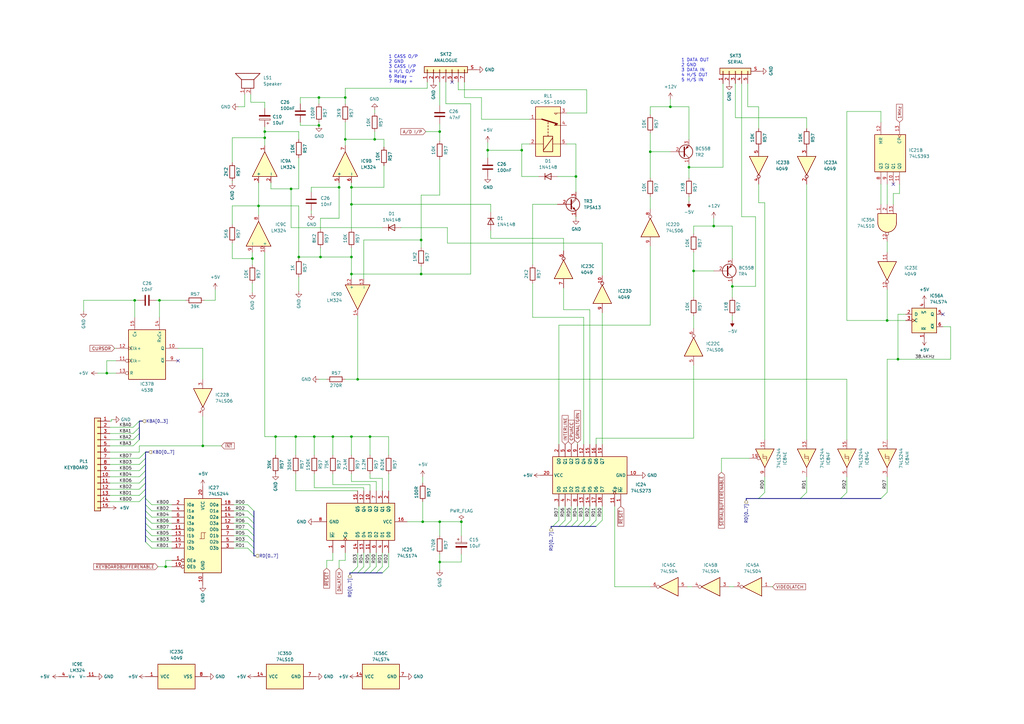
<source format=kicad_sch>
(kicad_sch (version 20230121) (generator eeschema)
  (paper "A3")
  (junction (at 236.22 72.39))
  (junction (at 284.48 111.125))
  (junction (at 65.405 123.19))
  (junction (at 144.145 83.82))
  (junction (at 172.72 98.425))
  (junction (at 139.065 76.835))
  (junction (at 146.685 155.575))
  (junction (at 200.025 61.595))
  (junction (at 55.245 123.19))
  (junction (at 119.38 77.47))
  (junction (at 103.505 106.045))
  (junction (at 131.445 105.41))
  (junction (at 266.7 62.23))
  (junction (at 130.81 51.435))
  (junction (at 121.285 179.07))
  (junction (at 189.23 213.995))
  (junction (at 173.355 213.995))
  (junction (at 144.145 112.395))
  (junction (at 136.525 179.07))
  (junction (at 122.555 105.41))
  (junction (at 151.765 179.07))
  (junction (at 141.605 57.15))
  (junction (at 180.34 53.975))
  (junction (at 368.3 147.32))
  (junction (at 83.185 182.88))
  (junction (at 108.585 56.515))
  (junction (at 180.34 213.995))
  (junction (at 67.945 232.41))
  (junction (at 108.585 53.975))
  (junction (at 292.735 92.71))
  (junction (at 144.145 76.835))
  (junction (at 180.34 230.505))
  (junction (at 130.81 40.005))
  (junction (at 213.995 61.595))
  (junction (at 172.72 112.395))
  (junction (at 274.955 43.815))
  (junction (at 43.815 153.035))
  (junction (at 153.67 57.15))
  (junction (at 113.03 179.07))
  (junction (at 141.605 40.005))
  (junction (at 106.045 84.455))
  (junction (at 128.905 179.07))
  (junction (at 282.575 68.58))
  (junction (at 363.855 131.445))
  (junction (at 144.145 105.41))
  (junction (at 300.355 117.475))
  (junction (at 144.145 179.07))
  (no_connect (at 366.395 75.565))
  (no_connect (at 73.025 147.955))
  (no_connect (at 386.715 128.905))
  (no_connect (at 185.42 33.655))
  (bus_entry (at 239.395 213.36) (size -2.54 2.54))
  (bus_entry (at 59.69 193.04) (size -2.54 2.54))
  (bus_entry (at 328.295 204.47) (size 2.54 -2.54))
  (bus_entry (at 59.69 198.12) (size -2.54 2.54))
  (bus_entry (at 149.225 232.41) (size -2.54 2.54))
  (bus_entry (at 57.15 172.72) (size -2.54 2.54))
  (bus_entry (at 344.805 204.47) (size 2.54 -2.54))
  (bus_entry (at 59.69 195.58) (size -2.54 2.54))
  (bus_entry (at 59.69 200.66) (size -2.54 2.54))
  (bus_entry (at 59.69 203.2) (size -2.54 2.54))
  (bus_entry (at 146.685 232.41) (size -2.54 2.54))
  (bus_entry (at 311.15 204.47) (size 2.54 -2.54))
  (bus_entry (at 101.6 224.79) (size 2.54 2.54))
  (bus_entry (at 59.69 219.71) (size 2.54 2.54))
  (bus_entry (at 101.6 207.01) (size 2.54 2.54))
  (bus_entry (at 59.69 187.96) (size -2.54 2.54))
  (bus_entry (at 101.6 222.25) (size 2.54 2.54))
  (bus_entry (at 236.855 213.36) (size -2.54 2.54))
  (bus_entry (at 59.69 204.47) (size 2.54 2.54))
  (bus_entry (at 59.69 217.17) (size 2.54 2.54))
  (bus_entry (at 59.69 207.01) (size 2.54 2.54))
  (bus_entry (at 59.69 209.55) (size 2.54 2.54))
  (bus_entry (at 101.6 219.71) (size 2.54 2.54))
  (bus_entry (at 101.6 212.09) (size 2.54 2.54))
  (bus_entry (at 159.385 232.41) (size -2.54 2.54))
  (bus_entry (at 229.235 213.36) (size -2.54 2.54))
  (bus_entry (at 244.475 213.36) (size -2.54 2.54))
  (bus_entry (at 247.015 213.36) (size -2.54 2.54))
  (bus_entry (at 361.315 204.47) (size 2.54 -2.54))
  (bus_entry (at 57.15 175.26) (size -2.54 2.54))
  (bus_entry (at 101.6 217.17) (size 2.54 2.54))
  (bus_entry (at 101.6 209.55) (size 2.54 2.54))
  (bus_entry (at 59.69 185.42) (size -2.54 2.54))
  (bus_entry (at 231.775 213.36) (size -2.54 2.54))
  (bus_entry (at 59.69 214.63) (size 2.54 2.54))
  (bus_entry (at 59.69 222.25) (size 2.54 2.54))
  (bus_entry (at 151.765 232.41) (size -2.54 2.54))
  (bus_entry (at 241.935 213.36) (size -2.54 2.54))
  (bus_entry (at 101.6 214.63) (size 2.54 2.54))
  (bus_entry (at 57.15 177.8) (size -2.54 2.54))
  (bus_entry (at 156.845 232.41) (size -2.54 2.54))
  (bus_entry (at 59.69 212.09) (size 2.54 2.54))
  (bus_entry (at 154.305 232.41) (size -2.54 2.54))
  (bus_entry (at 234.315 213.36) (size -2.54 2.54))
  (bus_entry (at 57.15 180.34) (size -2.54 2.54))
  (bus_entry (at 59.69 190.5) (size -2.54 2.54))
  (wire (pts (xy 157.48 57.15) (xy 157.48 60.325)))
  (bus (pts (xy 59.69 219.71) (xy 59.69 222.25)))
  (wire (pts (xy 131.445 89.535) (xy 139.065 89.535)))
  (wire (pts (xy 174.625 53.975) (xy 180.34 53.975)))
  (wire (pts (xy 361.315 75.565) (xy 361.315 83.82)))
  (wire (pts (xy 144.145 105.41) (xy 144.145 112.395)))
  (wire (pts (xy 34.29 123.19) (xy 34.29 127.635)))
  (wire (pts (xy 247.015 128.27) (xy 247.015 182.245)))
  (wire (pts (xy 103.505 120.015) (xy 103.505 116.205)))
  (wire (pts (xy 144.145 197.485) (xy 144.145 194.31)))
  (wire (pts (xy 119.38 93.345) (xy 156.845 93.345)))
  (wire (pts (xy 282.575 82.55) (xy 282.575 80.645)))
  (wire (pts (xy 95.25 106.045) (xy 95.25 99.695)))
  (wire (pts (xy 154.305 201.295) (xy 154.305 197.485)))
  (wire (pts (xy 284.48 103.505) (xy 284.48 111.125)))
  (wire (pts (xy 70.485 224.79) (xy 62.23 224.79)))
  (wire (pts (xy 141.605 229.87) (xy 141.605 226.695)))
  (wire (pts (xy 151.765 196.215) (xy 151.765 194.31)))
  (wire (pts (xy 136.525 229.87) (xy 133.985 229.87)))
  (wire (pts (xy 180.34 213.995) (xy 189.23 213.995)))
  (bus (pts (xy 59.69 185.42) (xy 59.69 187.96)))
  (wire (pts (xy 201.295 97.79) (xy 201.295 94.615)))
  (wire (pts (xy 197.485 48.895) (xy 197.485 40.005)))
  (wire (pts (xy 119.38 77.47) (xy 122.555 77.47)))
  (wire (pts (xy 122.555 84.455) (xy 106.045 84.455)))
  (bus (pts (xy 229.235 215.9) (xy 231.775 215.9)))
  (wire (pts (xy 266.7 133.35) (xy 266.7 100.965)))
  (wire (pts (xy 156.845 226.695) (xy 156.845 232.41)))
  (wire (pts (xy 141.605 57.15) (xy 141.605 59.69)))
  (wire (pts (xy 159.385 179.07) (xy 151.765 179.07)))
  (wire (pts (xy 189.23 213.995) (xy 189.23 219.71)))
  (wire (pts (xy 189.23 227.33) (xy 189.23 230.505)))
  (wire (pts (xy 180.34 80.01) (xy 172.72 80.01)))
  (wire (pts (xy 363.855 147.32) (xy 363.855 180.34)))
  (wire (pts (xy 157.48 67.945) (xy 157.48 76.835)))
  (wire (pts (xy 83.185 182.88) (xy 83.185 170.815)))
  (wire (pts (xy 136.525 198.755) (xy 136.525 194.31)))
  (wire (pts (xy 228.6 83.82) (xy 218.44 83.82)))
  (wire (pts (xy 149.225 226.695) (xy 149.225 232.41)))
  (wire (pts (xy 56.515 123.19) (xy 55.245 123.19)))
  (wire (pts (xy 156.845 201.295) (xy 156.845 196.215)))
  (wire (pts (xy 307.34 187.96) (xy 295.91 187.96)))
  (wire (pts (xy 309.88 88.9) (xy 304.165 88.9)))
  (wire (pts (xy 330.835 75.565) (xy 330.835 180.34)))
  (wire (pts (xy 173.355 213.995) (xy 180.34 213.995)))
  (wire (pts (xy 103.505 106.045) (xy 95.25 106.045)))
  (wire (pts (xy 43.815 153.035) (xy 47.625 153.035)))
  (wire (pts (xy 141.605 57.15) (xy 153.67 57.15)))
  (wire (pts (xy 106.045 74.93) (xy 106.045 84.455)))
  (wire (pts (xy 167.005 213.995) (xy 173.355 213.995)))
  (bus (pts (xy 104.14 217.17) (xy 104.14 214.63)))
  (bus (pts (xy 104.14 227.33) (xy 104.14 224.79)))
  (wire (pts (xy 146.685 226.695) (xy 146.685 232.41)))
  (wire (pts (xy 197.485 40.005) (xy 190.5 40.005)))
  (wire (pts (xy 146.685 129.54) (xy 146.685 155.575)))
  (wire (pts (xy 95.885 219.71) (xy 101.6 219.71)))
  (wire (pts (xy 67.945 232.41) (xy 70.485 232.41)))
  (wire (pts (xy 108.585 53.975) (xy 108.585 56.515)))
  (bus (pts (xy 104.775 227.965) (xy 104.14 227.965)))
  (wire (pts (xy 144.145 101.6) (xy 144.145 105.41)))
  (wire (pts (xy 229.235 182.245) (xy 229.235 133.35)))
  (wire (pts (xy 200.025 61.595) (xy 200.025 64.77)))
  (wire (pts (xy 139.065 233.045) (xy 139.065 229.87)))
  (wire (pts (xy 311.15 52.705) (xy 311.15 43.815)))
  (bus (pts (xy 57.15 177.8) (xy 57.15 180.34)))
  (bus (pts (xy 344.805 204.47) (xy 361.315 204.47)))
  (wire (pts (xy 371.475 128.905) (xy 368.3 128.905)))
  (wire (pts (xy 313.69 195.58) (xy 313.69 201.93)))
  (wire (pts (xy 45.085 177.8) (xy 54.61 177.8)))
  (wire (pts (xy 292.735 92.71) (xy 300.355 92.71)))
  (wire (pts (xy 141.605 50.165) (xy 141.605 57.15)))
  (wire (pts (xy 123.19 50.165) (xy 123.19 51.435)))
  (wire (pts (xy 187.96 33.655) (xy 187.96 36.83)))
  (wire (pts (xy 304.165 88.9) (xy 304.165 34.29)))
  (wire (pts (xy 144.145 179.07) (xy 136.525 179.07)))
  (wire (pts (xy 311.15 83.185) (xy 313.69 83.185)))
  (wire (pts (xy 121.285 201.295) (xy 121.285 194.31)))
  (wire (pts (xy 45.085 190.5) (xy 57.15 190.5)))
  (wire (pts (xy 45.085 198.12) (xy 57.15 198.12)))
  (wire (pts (xy 330.835 195.58) (xy 330.835 201.93)))
  (bus (pts (xy 239.395 215.9) (xy 241.935 215.9)))
  (wire (pts (xy 218.44 83.82) (xy 218.44 108.585)))
  (wire (pts (xy 131.445 101.6) (xy 131.445 105.41)))
  (wire (pts (xy 182.88 42.545) (xy 182.88 33.655)))
  (wire (pts (xy 45.72 172.72) (xy 45.085 172.72)))
  (wire (pts (xy 300.355 116.205) (xy 300.355 117.475)))
  (wire (pts (xy 180.34 50.8) (xy 180.34 53.975)))
  (wire (pts (xy 151.765 179.07) (xy 151.765 186.69)))
  (wire (pts (xy 55.245 123.19) (xy 34.29 123.19)))
  (wire (pts (xy 347.345 45.72) (xy 347.345 131.445)))
  (wire (pts (xy 247.015 207.645) (xy 247.015 213.36)))
  (wire (pts (xy 153.67 57.15) (xy 157.48 57.15)))
  (wire (pts (xy 45.085 175.26) (xy 54.61 175.26)))
  (wire (pts (xy 45.085 180.34) (xy 54.61 180.34)))
  (wire (pts (xy 123.19 51.435) (xy 130.81 51.435)))
  (wire (pts (xy 108.585 52.07) (xy 108.585 53.975)))
  (bus (pts (xy 59.69 198.12) (xy 59.69 200.66)))
  (wire (pts (xy 217.17 48.895) (xy 197.485 48.895)))
  (wire (pts (xy 361.315 50.165) (xy 361.315 45.72)))
  (wire (pts (xy 45.085 185.42) (xy 57.15 185.42)))
  (wire (pts (xy 46.355 172.085) (xy 45.72 172.085)))
  (bus (pts (xy 59.69 212.09) (xy 59.69 214.63)))
  (wire (pts (xy 284.48 111.125) (xy 284.48 121.92)))
  (bus (pts (xy 59.69 204.47) (xy 59.69 207.01)))
  (wire (pts (xy 131.445 93.98) (xy 131.445 89.535)))
  (wire (pts (xy 347.345 131.445) (xy 363.855 131.445)))
  (wire (pts (xy 231.14 97.79) (xy 201.295 97.79)))
  (wire (pts (xy 240.665 46.355) (xy 232.41 46.355)))
  (wire (pts (xy 236.22 72.39) (xy 236.22 59.055)))
  (wire (pts (xy 183.515 99.695) (xy 247.015 99.695)))
  (bus (pts (xy 236.855 215.9) (xy 239.395 215.9)))
  (wire (pts (xy 266.7 80.645) (xy 266.7 85.725)))
  (bus (pts (xy 59.69 203.2) (xy 59.69 204.47)))
  (bus (pts (xy 154.305 234.95) (xy 156.845 234.95)))
  (wire (pts (xy 70.485 214.63) (xy 62.23 214.63)))
  (wire (pts (xy 157.48 76.835) (xy 144.145 76.835)))
  (wire (pts (xy 231.775 207.645) (xy 231.775 213.36)))
  (wire (pts (xy 130.81 40.005) (xy 141.605 40.005)))
  (wire (pts (xy 103.505 106.045) (xy 103.505 103.505)))
  (wire (pts (xy 95.25 56.515) (xy 95.25 66.675)))
  (bus (pts (xy 234.315 215.9) (xy 236.855 215.9)))
  (bus (pts (xy 59.69 217.17) (xy 59.69 219.71)))
  (wire (pts (xy 234.315 207.645) (xy 234.315 213.36)))
  (wire (pts (xy 284.48 179.705) (xy 244.475 179.705)))
  (bus (pts (xy 311.15 204.47) (xy 328.295 204.47)))
  (wire (pts (xy 347.345 195.58) (xy 347.345 201.93)))
  (wire (pts (xy 123.19 40.005) (xy 130.81 40.005)))
  (wire (pts (xy 139.065 89.535) (xy 139.065 76.835)))
  (bus (pts (xy 328.295 204.47) (xy 344.805 204.47)))
  (wire (pts (xy 136.525 179.07) (xy 128.905 179.07)))
  (wire (pts (xy 368.3 147.32) (xy 389.89 147.32)))
  (wire (pts (xy 172.72 109.22) (xy 172.72 112.395)))
  (wire (pts (xy 266.7 43.815) (xy 266.7 46.99)))
  (wire (pts (xy 103.505 108.585) (xy 103.505 106.045)))
  (wire (pts (xy 190.5 40.005) (xy 190.5 33.655)))
  (wire (pts (xy 131.445 105.41) (xy 122.555 105.41)))
  (wire (pts (xy 361.315 45.72) (xy 347.345 45.72)))
  (wire (pts (xy 239.395 182.245) (xy 239.395 130.175)))
  (wire (pts (xy 241.935 182.245) (xy 241.935 127)))
  (bus (pts (xy 226.695 215.9) (xy 229.235 215.9)))
  (wire (pts (xy 153.67 45.085) (xy 153.67 46.355)))
  (wire (pts (xy 146.685 201.295) (xy 121.285 201.295)))
  (wire (pts (xy 311.15 43.815) (xy 306.705 43.815)))
  (wire (pts (xy 70.485 212.09) (xy 62.23 212.09)))
  (wire (pts (xy 113.03 179.07) (xy 113.03 186.69)))
  (wire (pts (xy 239.395 130.175) (xy 218.44 130.175)))
  (wire (pts (xy 154.305 226.695) (xy 154.305 232.41)))
  (wire (pts (xy 144.145 83.82) (xy 201.295 83.82)))
  (wire (pts (xy 146.685 155.575) (xy 347.345 155.575)))
  (wire (pts (xy 389.89 133.985) (xy 386.715 133.985)))
  (wire (pts (xy 229.235 133.35) (xy 266.7 133.35)))
  (wire (pts (xy 95.885 212.09) (xy 101.6 212.09)))
  (wire (pts (xy 213.995 59.055) (xy 217.17 59.055)))
  (wire (pts (xy 111.125 77.47) (xy 111.125 74.93)))
  (wire (pts (xy 122.555 53.975) (xy 122.555 57.15)))
  (wire (pts (xy 164.465 93.345) (xy 183.515 93.345)))
  (wire (pts (xy 366.395 79.375) (xy 366.395 83.82)))
  (wire (pts (xy 65.405 123.19) (xy 76.2 123.19)))
  (wire (pts (xy 274.955 43.815) (xy 282.575 43.815)))
  (wire (pts (xy 121.285 179.07) (xy 113.03 179.07)))
  (wire (pts (xy 70.485 222.25) (xy 62.23 222.25)))
  (wire (pts (xy 73.025 142.875) (xy 83.185 142.875)))
  (wire (pts (xy 240.665 36.83) (xy 240.665 46.355)))
  (wire (pts (xy 128.905 200.025) (xy 128.905 194.31)))
  (wire (pts (xy 149.225 114.3) (xy 149.225 98.425)))
  (wire (pts (xy 122.555 106.045) (xy 122.555 105.41)))
  (wire (pts (xy 309.88 117.475) (xy 300.355 117.475)))
  (wire (pts (xy 43.815 147.955) (xy 43.815 153.035)))
  (wire (pts (xy 306.705 43.815) (xy 306.705 34.29)))
  (wire (pts (xy 231.14 102.87) (xy 231.14 97.79)))
  (wire (pts (xy 83.185 142.875) (xy 83.185 155.575)))
  (wire (pts (xy 151.765 226.695) (xy 151.765 232.41)))
  (wire (pts (xy 301.625 34.29) (xy 301.625 48.26)))
  (bus (pts (xy 59.69 190.5) (xy 59.69 193.04)))
  (wire (pts (xy 95.25 92.075) (xy 95.25 84.455)))
  (wire (pts (xy 180.34 53.975) (xy 180.34 57.785)))
  (wire (pts (xy 282.575 68.58) (xy 282.575 73.025)))
  (wire (pts (xy 47.625 147.955) (xy 43.815 147.955)))
  (wire (pts (xy 45.72 172.085) (xy 45.72 172.72)))
  (wire (pts (xy 65.405 123.19) (xy 65.405 130.175)))
  (bus (pts (xy 57.15 172.72) (xy 57.15 175.26)))
  (wire (pts (xy 127.635 76.835) (xy 139.065 76.835)))
  (wire (pts (xy 102.87 38.735) (xy 102.87 41.91)))
  (wire (pts (xy 301.625 48.26) (xy 330.835 48.26)))
  (wire (pts (xy 193.04 112.395) (xy 193.04 42.545)))
  (wire (pts (xy 236.855 181.61) (xy 236.855 182.245)))
  (wire (pts (xy 266.7 43.815) (xy 274.955 43.815)))
  (wire (pts (xy 95.25 74.93) (xy 95.25 74.295)))
  (wire (pts (xy 149.225 98.425) (xy 172.72 98.425)))
  (wire (pts (xy 389.89 147.32) (xy 389.89 133.985)))
  (wire (pts (xy 70.485 207.01) (xy 62.23 207.01)))
  (wire (pts (xy 244.475 207.645) (xy 244.475 213.36)))
  (wire (pts (xy 149.225 200.025) (xy 128.905 200.025)))
  (wire (pts (xy 241.935 127) (xy 231.14 127)))
  (wire (pts (xy 95.885 217.17) (xy 101.6 217.17)))
  (wire (pts (xy 173.355 195.58) (xy 173.355 198.12)))
  (wire (pts (xy 95.885 207.01) (xy 101.6 207.01)))
  (wire (pts (xy 67.945 229.87) (xy 67.945 232.41)))
  (wire (pts (xy 128.905 179.07) (xy 128.905 186.69)))
  (bus (pts (xy 59.69 214.63) (xy 59.69 217.17)))
  (wire (pts (xy 295.91 187.96) (xy 295.91 193.675)))
  (wire (pts (xy 363.855 75.565) (xy 363.855 83.82)))
  (wire (pts (xy 108.585 53.975) (xy 122.555 53.975)))
  (wire (pts (xy 139.065 76.835) (xy 139.065 74.93)))
  (wire (pts (xy 159.385 194.31) (xy 159.385 201.295)))
  (wire (pts (xy 159.385 226.695) (xy 159.385 232.41)))
  (wire (pts (xy 95.885 224.79) (xy 101.6 224.79)))
  (wire (pts (xy 102.87 41.91) (xy 108.585 41.91)))
  (wire (pts (xy 252.095 240.665) (xy 266.7 240.665)))
  (wire (pts (xy 292.735 111.125) (xy 284.48 111.125)))
  (wire (pts (xy 130.81 50.165) (xy 130.81 51.435)))
  (wire (pts (xy 88.265 118.745) (xy 88.265 123.19)))
  (wire (pts (xy 247.015 99.695) (xy 247.015 113.03)))
  (wire (pts (xy 108.585 56.515) (xy 95.25 56.515)))
  (wire (pts (xy 45.085 193.04) (xy 57.15 193.04)))
  (wire (pts (xy 95.25 84.455) (xy 106.045 84.455)))
  (wire (pts (xy 40.005 153.035) (xy 43.815 153.035)))
  (wire (pts (xy 45.085 182.88) (xy 54.61 182.88)))
  (wire (pts (xy 70.485 219.71) (xy 62.23 219.71)))
  (wire (pts (xy 144.145 76.835) (xy 144.145 83.82)))
  (wire (pts (xy 347.345 155.575) (xy 347.345 180.34)))
  (wire (pts (xy 127.635 78.74) (xy 127.635 76.835)))
  (wire (pts (xy 100.33 43.815) (xy 100.33 38.735)))
  (bus (pts (xy 59.69 195.58) (xy 59.69 198.12)))
  (wire (pts (xy 159.385 186.69) (xy 159.385 179.07)))
  (wire (pts (xy 45.085 203.2) (xy 57.15 203.2)))
  (wire (pts (xy 239.395 207.645) (xy 239.395 213.36)))
  (wire (pts (xy 141.605 36.195) (xy 141.605 40.005)))
  (wire (pts (xy 144.145 112.395) (xy 172.72 112.395)))
  (wire (pts (xy 241.935 207.645) (xy 241.935 213.36)))
  (wire (pts (xy 144.145 112.395) (xy 144.145 114.3)))
  (wire (pts (xy 172.72 112.395) (xy 193.04 112.395)))
  (wire (pts (xy 130.81 40.005) (xy 130.81 42.545)))
  (wire (pts (xy 88.265 123.19) (xy 83.82 123.19)))
  (bus (pts (xy 104.14 224.79) (xy 104.14 222.25)))
  (bus (pts (xy 306.07 204.47) (xy 311.15 204.47)))
  (wire (pts (xy 151.765 198.755) (xy 136.525 198.755)))
  (wire (pts (xy 368.935 75.565) (xy 368.935 79.375)))
  (bus (pts (xy 306.07 205.105) (xy 306.07 204.47)))
  (wire (pts (xy 144.145 105.41) (xy 131.445 105.41)))
  (wire (pts (xy 231.14 127) (xy 231.14 118.11)))
  (wire (pts (xy 45.085 205.74) (xy 57.15 205.74)))
  (wire (pts (xy 153.67 53.975) (xy 153.67 57.15)))
  (wire (pts (xy 201.295 83.82) (xy 201.295 86.995)))
  (wire (pts (xy 266.7 54.61) (xy 266.7 62.23)))
  (wire (pts (xy 64.77 232.41) (xy 67.945 232.41)))
  (wire (pts (xy 296.545 34.29) (xy 296.545 68.58)))
  (wire (pts (xy 368.935 79.375) (xy 366.395 79.375)))
  (wire (pts (xy 284.48 149.86) (xy 284.48 179.705)))
  (wire (pts (xy 175.26 36.195) (xy 141.605 36.195)))
  (wire (pts (xy 274.955 62.23) (xy 266.7 62.23)))
  (wire (pts (xy 244.475 179.705) (xy 244.475 182.245)))
  (bus (pts (xy 143.51 234.95) (xy 144.145 234.95)))
  (wire (pts (xy 113.03 179.07) (xy 108.585 179.07)))
  (wire (pts (xy 363.855 118.745) (xy 363.855 131.445)))
  (wire (pts (xy 180.34 213.995) (xy 180.34 219.71)))
  (wire (pts (xy 57.15 182.88) (xy 83.185 182.88)))
  (wire (pts (xy 122.555 77.47) (xy 122.555 64.77)))
  (wire (pts (xy 282.575 67.31) (xy 282.575 68.58)))
  (wire (pts (xy 172.72 80.01) (xy 172.72 98.425)))
  (wire (pts (xy 266.7 62.23) (xy 266.7 73.025)))
  (wire (pts (xy 128.905 179.07) (xy 121.285 179.07)))
  (wire (pts (xy 111.125 77.47) (xy 119.38 77.47)))
  (wire (pts (xy 144.145 83.82) (xy 144.145 93.98)))
  (bus (pts (xy 59.69 207.01) (xy 59.69 209.55)))
  (wire (pts (xy 180.34 227.33) (xy 180.34 230.505)))
  (wire (pts (xy 95.885 209.55) (xy 101.6 209.55)))
  (wire (pts (xy 108.585 56.515) (xy 108.585 59.69)))
  (wire (pts (xy 141.605 155.575) (xy 146.685 155.575)))
  (wire (pts (xy 70.485 209.55) (xy 62.23 209.55)))
  (wire (pts (xy 218.44 130.175) (xy 218.44 116.205)))
  (bus (pts (xy 144.145 234.95) (xy 146.685 234.95)))
  (wire (pts (xy 296.545 68.58) (xy 282.575 68.58)))
  (wire (pts (xy 136.525 226.695) (xy 136.525 229.87)))
  (wire (pts (xy 300.355 117.475) (xy 300.355 121.92)))
  (wire (pts (xy 46.99 142.875) (xy 47.625 142.875)))
  (wire (pts (xy 151.765 201.295) (xy 151.765 198.755)))
  (wire (pts (xy 64.135 123.19) (xy 65.405 123.19)))
  (wire (pts (xy 95.885 214.63) (xy 101.6 214.63)))
  (bus (pts (xy 104.14 222.25) (xy 104.14 219.71)))
  (wire (pts (xy 149.225 201.295) (xy 149.225 200.025)))
  (wire (pts (xy 368.3 128.905) (xy 368.3 147.32)))
  (wire (pts (xy 236.22 59.055) (xy 232.41 59.055)))
  (wire (pts (xy 220.98 72.39) (xy 213.995 72.39)))
  (bus (pts (xy 151.765 234.95) (xy 154.305 234.95)))
  (wire (pts (xy 151.765 179.07) (xy 144.145 179.07)))
  (wire (pts (xy 106.045 84.455) (xy 106.045 88.265)))
  (wire (pts (xy 292.735 89.535) (xy 292.735 92.71)))
  (bus (pts (xy 226.06 215.9) (xy 226.695 215.9)))
  (wire (pts (xy 300.99 240.665) (xy 299.085 240.665)))
  (wire (pts (xy 282.575 43.815) (xy 282.575 57.15)))
  (wire (pts (xy 108.585 41.91) (xy 108.585 44.45)))
  (wire (pts (xy 45.085 200.66) (xy 57.15 200.66)))
  (bus (pts (xy 231.775 215.9) (xy 234.315 215.9)))
  (wire (pts (xy 284.48 129.54) (xy 284.48 134.62)))
  (wire (pts (xy 108.585 179.07) (xy 108.585 103.505)))
  (wire (pts (xy 119.38 77.47) (xy 119.38 93.345)))
  (bus (pts (xy 104.14 212.09) (xy 104.14 209.55)))
  (bus (pts (xy 60.96 185.42) (xy 59.69 185.42)))
  (wire (pts (xy 83.185 182.88) (xy 90.805 182.88)))
  (wire (pts (xy 313.69 83.185) (xy 313.69 180.34)))
  (bus (pts (xy 59.69 200.66) (xy 59.69 203.2)))
  (bus (pts (xy 143.51 235.585) (xy 143.51 234.95)))
  (wire (pts (xy 363.855 195.58) (xy 363.855 201.93)))
  (wire (pts (xy 173.355 213.995) (xy 173.355 205.74)))
  (wire (pts (xy 189.23 230.505) (xy 180.34 230.505)))
  (wire (pts (xy 45.085 195.58) (xy 57.15 195.58)))
  (bus (pts (xy 58.42 172.72) (xy 57.15 172.72)))
  (wire (pts (xy 236.22 72.39) (xy 236.22 78.74)))
  (wire (pts (xy 123.19 42.545) (xy 123.19 40.005)))
  (wire (pts (xy 55.245 123.19) (xy 55.245 130.175)))
  (wire (pts (xy 236.22 89.535) (xy 236.22 88.9)))
  (bus (pts (xy 104.14 214.63) (xy 104.14 212.09)))
  (wire (pts (xy 154.305 197.485) (xy 144.145 197.485)))
  (wire (pts (xy 139.065 229.87) (xy 141.605 229.87)))
  (bus (pts (xy 226.06 216.535) (xy 226.06 215.9)))
  (wire (pts (xy 121.285 179.07) (xy 121.285 186.69)))
  (bus (pts (xy 59.69 193.04) (xy 59.69 195.58)))
  (wire (pts (xy 368.3 147.32) (xy 363.855 147.32)))
  (wire (pts (xy 183.515 93.345) (xy 183.515 99.695)))
  (wire (pts (xy 284.48 92.71) (xy 284.48 95.885)))
  (wire (pts (xy 281.94 240.665) (xy 283.845 240.665)))
  (wire (pts (xy 180.34 65.405) (xy 180.34 80.01)))
  (wire (pts (xy 229.235 207.645) (xy 229.235 213.36)))
  (wire (pts (xy 213.995 72.39) (xy 213.995 61.595)))
  (bus (pts (xy 59.69 209.55) (xy 59.69 212.09)))
  (wire (pts (xy 144.145 74.93) (xy 144.145 76.835)))
  (wire (pts (xy 57.15 185.42) (xy 57.15 182.88)))
  (wire (pts (xy 70.485 229.87) (xy 67.945 229.87)))
  (wire (pts (xy 300.355 92.71) (xy 300.355 106.045)))
  (wire (pts (xy 70.485 217.17) (xy 62.23 217.17)))
  (bus (pts (xy 241.935 215.9) (xy 244.475 215.9)))
  (wire (pts (xy 200.025 58.42) (xy 200.025 61.595)))
  (wire (pts (xy 228.6 72.39) (xy 236.22 72.39)))
  (wire (pts (xy 200.025 61.595) (xy 213.995 61.595)))
  (wire (pts (xy 136.525 179.07) (xy 136.525 186.69)))
  (wire (pts (xy 274.955 40.64) (xy 274.955 43.815)))
  (wire (pts (xy 144.145 179.07) (xy 144.145 186.69)))
  (wire (pts (xy 45.085 187.96) (xy 57.15 187.96)))
  (wire (pts (xy 252.095 207.645) (xy 252.095 240.665)))
  (bus (pts (xy 57.15 175.26) (xy 57.15 177.8)))
  (wire (pts (xy 300.355 131.445) (xy 300.355 129.54)))
  (wire (pts (xy 97.79 43.815) (xy 100.33 43.815)))
  (wire (pts (xy 316.865 240.665) (xy 316.23 240.665)))
  (wire (pts (xy 284.48 92.71) (xy 292.735 92.71)))
  (wire (pts (xy 172.72 98.425) (xy 172.72 101.6)))
  (bus (pts (xy 104.14 219.71) (xy 104.14 217.17)))
  (wire (pts (xy 363.855 131.445) (xy 371.475 131.445)))
  (bus (pts (xy 59.69 187.96) (xy 59.69 190.5)))
  (wire (pts (xy 122.555 105.41) (xy 122.555 84.455)))
  (wire (pts (xy 213.995 61.595) (xy 213.995 59.055)))
  (bus (pts (xy 104.14 227.965) (xy 104.14 227.33)))
  (wire (pts (xy 141.605 40.005) (xy 141.605 42.545)))
  (bus (pts (xy 146.685 234.95) (xy 149.225 234.95)))
  (wire (pts (xy 309.88 117.475) (xy 309.88 88.9)))
  (wire (pts (xy 236.855 207.645) (xy 236.855 213.36)))
  (wire (pts (xy 122.555 119.38) (xy 122.555 113.665)))
  (wire (pts (xy 133.985 229.87) (xy 133.985 233.045)))
  (wire (pts (xy 130.81 155.575) (xy 133.985 155.575)))
  (wire (pts (xy 363.855 103.505) (xy 363.855 99.06)))
  (wire (pts (xy 95.885 222.25) (xy 101.6 222.25)))
  (wire (pts (xy 180.34 33.655) (xy 180.34 43.18)))
  (wire (pts (xy 175.26 33.655) (xy 175.26 36.195)))
  (wire (pts (xy 311.15 75.565) (xy 311.15 83.185)))
  (wire (pts (xy 127.635 86.36) (xy 127.635 87.63)))
  (wire (pts (xy 193.04 42.545) (xy 182.88 42.545)))
  (wire (pts (xy 187.96 36.83) (xy 240.665 36.83)))
  (wire (pts (xy 330.835 48.26) (xy 330.835 52.705)))
  (bus (pts (xy 149.225 234.95) (xy 151.765 234.95)))
  (wire (pts (xy 156.845 196.215) (xy 151.765 196.215)))
  (wire (pts (xy 180.34 230.505) (xy 180.34 233.68)))
  (text "1 DATA OUT\n2 GND\n3 DATA IN\n4 H/S OUT\n5 H/S IN" (at 279.4 33.655 0) (effects (font (size 1.27 1.27)) (justify left bottom)))
  (text "1 CASS O/P\n2 GND\n3 CASS I/P\n4 H/L O/P\n6 Relay -\n7 Relay +" (at 159.385 34.29 0) (effects (font (size 1.27 1.27)) (justify left bottom)))
  (label "RD4" (at 96.52 212.09 0))
  (label "RD4" (at 149.225 231.14 90))
  (label "RD1" (at 244.475 212.09 90))
  (label "RD3" (at 146.685 231.14 90))
  (label "KBD5" (at 48.895 193.04 0))
  (label "KBD7" (at 48.895 187.96 0))
  (label "RD5" (at 96.52 219.71 0))
  (label "KBD4" (at 64.135 212.09 0))
  (label "RD5" (at 151.765 231.14 90))
  (label "KBD5" (at 64.135 219.71 0))
  (label "RD0" (at 96.52 207.01 0))
  (label "KBD6" (at 64.135 214.63 0))
  (label "RD4" (at 236.855 212.09 90))
  (label "RD2" (at 96.52 209.55 0))
  (label "KBD1" (at 48.895 203.2 0))
  (label "RD5" (at 234.315 212.09 90))
  (label "KBA0" (at 48.895 175.26 0))
  (label "RD2" (at 159.385 231.14 90))
  (label "KBA2" (at 48.895 180.34 0))
  (label "KBD1" (at 64.135 224.79 0))
  (label "RD6" (at 96.52 214.63 0))
  (label "RD3" (at 239.395 212.09 90))
  (label "KBD0" (at 48.895 205.74 0))
  (label "RD2" (at 241.935 212.09 90))
  (label "KBD2" (at 64.135 209.55 0))
  (label "RD0" (at 154.305 231.14 90))
  (label "KBA3" (at 48.895 182.88 0))
  (label "KBD3" (at 64.135 222.25 0))
  (label "RD0" (at 313.69 200.66 90))
  (label "RD7" (at 229.235 212.09 90))
  (label "RD7" (at 96.52 217.17 0))
  (label "RD1" (at 96.52 224.79 0))
  (label "RD1" (at 156.845 231.14 90))
  (label "RD3" (at 96.52 222.25 0))
  (label "KBA1" (at 48.895 177.8 0))
  (label "KBD4" (at 48.895 195.58 0))
  (label "KBD3" (at 48.895 190.5 0))
  (label "RD0" (at 247.015 212.09 90))
  (label "KBD2" (at 48.895 200.66 0))
  (label "RD6" (at 231.775 212.09 90))
  (label "KBD6" (at 48.895 198.12 0))
  (label "38.4KHz" (at 375.285 147.32 0))
  (label "KBD0" (at 64.135 207.01 0))
  (label "KBD7" (at 64.135 217.17 0))
  (label "RD7" (at 363.855 200.66 90))
  (label "RD1" (at 330.835 200.66 90))
  (label "RD2" (at 347.345 200.66 90))
  (global_label "~{RESET}" (shape input) (at 254.635 207.645 270) (property "Intersheetrefs" "${INTERSHEET_REFS}" (effects hide)))
  (global_label "INTERLINE" (shape input) (at 231.775 182.245 90) (property "Intersheetrefs" "${INTERSHEET_REFS}" (effects hide)))
  (global_label "~{SERIALBUFFERENABLE}" (shape input) (at 295.91 193.675 270) (property "Intersheetrefs" "${INTERSHEET_REFS}" (effects hide)))
  (global_label "1MHz" (shape input) (at 368.935 50.165 90) (property "Intersheetrefs" "${INTERSHEET_REFS}" (effects hide)))
  (global_label "~{KEYBOARDBUFFERENABLE}" (shape input) (at 64.77 232.41 180) (property "Intersheetrefs" "${INTERSHEET_REFS}" (effects hide)))
  (global_label "VIDEOLATCH" (shape input) (at 316.865 240.665 0) (property "Intersheetrefs" "${INTERSHEET_REFS}" (effects hide)))
  (global_label "~{INT}" (shape input) (at 90.805 182.88 0) (property "Intersheetrefs" "${INTERSHEET_REFS}" (effects hide)))
  (global_label "~{RESET}" (shape input) (at 133.985 233.045 270) (property "Intersheetrefs" "${INTERSHEET_REFS}" (effects hide)))
  (global_label "DALATCH" (shape input) (at 139.065 233.045 270) (property "Intersheetrefs" "${INTERSHEET_REFS}" (effects hide)))
  (global_label "CPUACC" (shape input) (at 234.315 182.245 90) (property "Intersheetrefs" "${INTERSHEET_REFS}" (effects hide)))
  (global_label "GRNALTGRN" (shape input) (at 236.855 181.61 90) (property "Intersheetrefs" "${INTERSHEET_REFS}" (effects hide)))
  (global_label "A{slash}D I{slash}P" (shape input) (at 174.625 53.975 180) (property "Intersheetrefs" "${INTERSHEET_REFS}" (effects hide)))
  (global_label "CURSOR" (shape input) (at 46.99 142.875 180) (property "Intersheetrefs" "${INTERSHEET_REFS}" (effects hide)))
  (hierarchical_label "RD[0..7]" (shape input) (at 143.51 235.585 270))
  (hierarchical_label "RD[0..7]" (shape input) (at 104.775 227.965 0))
  (hierarchical_label "KBD[0..7]" (shape input) (at 60.96 185.42 0))
  (hierarchical_label "RD[0..7]" (shape input) (at 226.06 216.535 270))
  (hierarchical_label "RD[0..7]" (shape input) (at 306.07 205.105 270))
  (hierarchical_label "KBA[0..3]" (shape input) (at 58.42 172.72 0))
  (symbol (lib_id "Device:R") (at 144.145 190.5 0) (mirror x) (unit 1)
    (property "Reference" "R57" (at 146.685 190.5 90))
    (property "Value" "2.4M" (at 141.605 190.5 90))
    (property "Footprint" "LYNX:Resistor 10.16mm" (effects hide))
    (instances (project "lynx128" (path "" (reference "R57") (unit 1)) (path "" (reference "R75") (unit 1)) (path "" (reference "R73") (unit 1)) (path "" (reference "R37") (unit 1))))
  )
  (symbol (lib_id "power:GND") (at 97.79 43.815 270) (mirror x) (unit 1)
    (property "Reference" "#PWR040" (effects hide))
    (property "Value" "GND" (at 94.615 43.815 90) (effects (justify right)))
    (instances (project "lynx128" (path "" (reference "#PWR040") (unit 1)) (path "" (reference "#PWR0203") (unit 1)) (path "" (reference "#PWR051") (unit 1)) (path "" (reference "#PWR087") (unit 1)) (path "" (reference "#PWR0117") (unit 1)) (path "" (reference "#PWR0182") (unit 1)) (path "" (reference "#PWR0209") (unit 1))))
  )
  (symbol (lib_id "power:GND") (at 200.025 72.39 0) (mirror y) (unit 1)
    (property "Reference" "#PWR040" (effects hide))
    (property "Value" "GND" (at 198.12 76.835 0) (effects (justify right)))
    (instances (project "lynx128" (path "" (reference "#PWR040") (unit 1)) (path "" (reference "#PWR0203") (unit 1)) (path "" (reference "#PWR051") (unit 1)) (path "" (reference "#PWR087") (unit 1)) (path "" (reference "#PWR0117") (unit 1)) (path "" (reference "#PWR0182") (unit 1)) (path "" (reference "#PWR0221") (unit 1))))
  )
  (symbol (lib_id "Device:R") (at 153.67 50.165 0) (mirror x) (unit 1)
    (property "Reference" "R57" (at 156.21 50.165 90))
    (property "Value" "10K" (at 151.13 50.165 90))
    (property "Footprint" "LYNX:Resistor 10.16mm" (effects hide))
    (instances (project "lynx128" (path "" (reference "R57") (unit 1)) (path "" (reference "R75") (unit 1)) (path "" (reference "R73") (unit 1)) (path "" (reference "R8") (unit 1))))
  )
  (symbol (lib_id "power:GND") (at 85.09 277.495 90) (mirror x) (unit 1)
    (property "Reference" "#PWR040" (effects hide))
    (property "Value" "GND" (at 88.265 277.495 90) (effects (justify right)))
    (instances (project "lynx128" (path "" (reference "#PWR040") (unit 1)) (path "" (reference "#PWR0203") (unit 1)) (path "" (reference "#PWR051") (unit 1)) (path "" (reference "#PWR087") (unit 1)) (path "" (reference "#PWR0117") (unit 1)) (path "" (reference "#PWR0182") (unit 1)) (path "" (reference "#PWR0224") (unit 1))))
  )
  (symbol (lib_id "Device:R") (at 122.555 109.855 0) (mirror x) (unit 1)
    (property "Reference" "R57" (at 125.095 109.855 90))
    (property "Value" "1K" (at 120.015 109.855 90))
    (property "Footprint" "LYNX:Resistor 10.16mm" (effects hide))
    (instances (project "lynx128" (path "" (reference "R57") (unit 1)) (path "" (reference "R75") (unit 1)) (path "" (reference "R73") (unit 1)) (path "" (reference "R16") (unit 1))))
  )
  (symbol (lib_id "Device:R") (at 172.72 105.41 0) (mirror x) (unit 1)
    (property "Reference" "R57" (at 175.26 105.41 90))
    (property "Value" "1M2" (at 170.18 105.41 90))
    (property "Footprint" "LYNX:Resistor 10.16mm" (effects hide))
    (instances (project "lynx128" (path "" (reference "R57") (unit 1)) (path "" (reference "R75") (unit 1)) (path "" (reference "R73") (unit 1)) (path "" (reference "R11") (unit 1))))
  )
  (symbol (lib_id "74xx:74LS06") (at 284.48 142.24 90) (unit 3)
    (property "Reference" "IC22" (at 289.56 140.97 90) (effects (justify right)))
    (property "Value" "74LS06" (at 289.56 143.51 90) (effects (justify right)))
    (property "Footprint" "LYNX:DIP-14_W7.62mm" (effects hide))
    (property "Datasheet" "http://www.ti.com/lit/gpn/sn74LS06" (effects hide))
  )
  (symbol (lib_id "Device:R") (at 144.145 97.79 0) (mirror x) (unit 1)
    (property "Reference" "R57" (at 146.685 97.79 90))
    (property "Value" "10K" (at 141.605 97.79 90))
    (property "Footprint" "LYNX:Resistor 10.16mm" (effects hide))
    (instances (project "lynx128" (path "" (reference "R57") (unit 1)) (path "" (reference "R75") (unit 1)) (path "" (reference "R73") (unit 1)) (path "" (reference "R13") (unit 1))))
  )
  (symbol (lib_id "power:+5V") (at 173.355 195.58 0) (unit 1)
    (property "Reference" "#PWR015" (effects hide))
    (property "Value" "+5V" (at 173.355 190.5 0))
    (instances (project "lynx128" (path "" (reference "#PWR015") (unit 1)) (path "" (reference "#PWR088") (unit 1)) (path "" (reference "#PWR0165") (unit 1)) (path "" (reference "#PWR0197") (unit 1)) (path "" (reference "#PWR0197") (unit 1)) (path "" (reference "#PWR0213") (unit 1))))
  )
  (symbol (lib_id "power:GND") (at 130.81 155.575 270) (mirror x) (unit 1)
    (property "Reference" "#PWR040" (effects hide))
    (property "Value" "GND" (at 127.635 155.575 90) (effects (justify right)))
    (instances (project "lynx128" (path "" (reference "#PWR040") (unit 1)) (path "" (reference "#PWR0203") (unit 1)) (path "" (reference "#PWR051") (unit 1)) (path "" (reference "#PWR087") (unit 1)) (path "" (reference "#PWR0117") (unit 1)) (path "" (reference "#PWR0182") (unit 1)) (path "" (reference "#PWR0235") (unit 1))))
  )
  (symbol (lib_id "Amplifier_Operational:LM324") (at 31.75 274.955 90) (unit 5)
    (property "Reference" "IC9" (at 31.75 272.415 90))
    (property "Value" "LM324" (at 31.75 274.955 90))
    (property "Footprint" "LYNX:DIP-14_W7.62mm" (effects hide))
    (property "Datasheet" "http://www.ti.com/lit/ds/symlink/lm2902-n.pdf" (effects hide))
  )
  (symbol (lib_id "power:GND") (at 103.505 120.015 0) (mirror y) (unit 1)
    (property "Reference" "#PWR040" (effects hide))
    (property "Value" "GND" (at 103.505 123.19 90) (effects (justify right)))
    (instances (project "lynx128" (path "" (reference "#PWR040") (unit 1)) (path "" (reference "#PWR0203") (unit 1)) (path "" (reference "#PWR051") (unit 1)) (path "" (reference "#PWR087") (unit 1)) (path "" (reference "#PWR0117") (unit 1)) (path "" (reference "#PWR0182") (unit 1)) (path "" (reference "#PWR0211") (unit 1))))
  )
  (symbol (lib_id "4xxx:4049") (at 330.835 67.945 270) (unit 1)
    (property "Reference" "IC23" (at 337.82 66.675 90) (effects (justify left)))
    (property "Value" "4049" (at 337.82 69.215 90) (effects (justify left)))
    (property "Footprint" "LYNX:DIP-16_W7.62mm" (effects hide))
    (property "Datasheet" "http://www.intersil.com/content/dam/intersil/documents/cd40/cd4049ubms.pdf" (effects hide))
  )
  (symbol (lib_id "4xxx:4049") (at 363.855 111.125 270) (unit 5)
    (property "Reference" "IC23" (at 370.84 109.855 90) (effects (justify left)))
    (property "Value" "4049" (at 370.84 112.395 90) (effects (justify left)))
    (property "Footprint" "LYNX:DIP-16_W7.62mm" (effects hide))
    (property "Datasheet" "http://www.intersil.com/content/dam/intersil/documents/cd40/cd4049ubms.pdf" (effects hide))
  )
  (symbol (lib_id "power:+5V") (at 379.095 123.825 0) (unit 1)
    (property "Reference" "#PWR015" (effects hide))
    (property "Value" "+5V" (at 379.095 118.745 0))
    (instances (project "lynx128" (path "" (reference "#PWR015") (unit 1)) (path "" (reference "#PWR088") (unit 1)) (path "" (reference "#PWR0165") (unit 1)) (path "" (reference "#PWR0197") (unit 1)) (path "" (reference "#PWR0197") (unit 1)) (path "" (reference "#PWR0240") (unit 1))))
  )
  (symbol (lib_id "power:-5V") (at 300.355 131.445 180) (unit 1)
    (property "Reference" "#PWR0233" (effects hide))
    (property "Value" "-5V" (at 300.355 135.89 0))
  )
  (symbol (lib_id "power:GND") (at 128.905 213.995 270) (mirror x) (unit 1)
    (property "Reference" "#PWR040" (effects hide))
    (property "Value" "GND" (at 125.73 213.995 90) (effects (justify right)))
    (instances (project "lynx128" (path "" (reference "#PWR040") (unit 1)) (path "" (reference "#PWR0203") (unit 1)) (path "" (reference "#PWR051") (unit 1)) (path "" (reference "#PWR087") (unit 1)) (path "" (reference "#PWR0117") (unit 1)) (path "" (reference "#PWR0182") (unit 1)) (path "" (reference "#PWR0212") (unit 1))))
  )
  (symbol (lib_id "power:+5V") (at 221.615 194.945 90) (unit 1)
    (property "Reference" "#PWR015" (effects hide))
    (property "Value" "+5V" (at 218.44 194.945 90) (effects (justify left)))
    (instances (project "lynx128" (path "" (reference "#PWR015") (unit 1)) (path "" (reference "#PWR088") (unit 1)) (path "" (reference "#PWR0165") (unit 1)) (path "" (reference "#PWR0197") (unit 1)) (path "" (reference "#PWR0197") (unit 1)) (path "" (reference "#PWR0229") (unit 1))))
  )
  (symbol (lib_id "power:+5V") (at 45.085 208.28 270) (unit 1)
    (property "Reference" "#PWR015" (effects hide))
    (property "Value" "+5V" (at 48.895 208.28 90) (effects (justify left)))
    (instances (project "lynx128" (path "" (reference "#PWR015") (unit 1)) (path "" (reference "#PWR088") (unit 1)) (path "" (reference "#PWR0165") (unit 1)) (path "" (reference "#PWR0197") (unit 1)) (path "" (reference "#PWR0197") (unit 1)) (path "" (reference "#PWR0197") (unit 1))))
  )
  (symbol (lib_id "74xx:74LS04") (at 291.465 240.665 0) (mirror y) (unit 2)
    (property "Reference" "IC45" (at 291.465 231.775 0))
    (property "Value" "74LS04" (at 291.465 234.315 0))
    (property "Footprint" "LYNX:DIP-14_W7.62mm" (effects hide))
    (property "Datasheet" "http://www.ti.com/lit/gpn/sn74LS04" (effects hide))
  )
  (symbol (lib_id "4xxx:4538") (at 60.325 145.415 0) (unit 2)
    (property "Reference" "IC37" (at 60.325 157.48 0))
    (property "Value" "4538" (at 60.325 160.02 0))
    (property "Footprint" "LYNX:DIP-16_W7.62mm" (effects hide))
    (property "Datasheet" "https://assets.nexperia.com/documents/data-sheet/HEF4538B.pdf" (effects hide))
  )
  (symbol (lib_id "Transistor_BJT:BC559") (at 297.815 111.125 0) (mirror x) (unit 1)
    (property "Reference" "TR4" (at 302.895 112.395 0) (effects (justify left)))
    (property "Value" "BC558" (at 302.895 109.855 0) (effects (justify left)))
    (property "Footprint" "LYNX:Transistor - No Box" (effects hide))
    (property "Datasheet" "https://www.onsemi.com/pub/Collateral/BC556BTA-D.pdf" (effects hide))
  )
  (symbol (lib_id "4xxx:4049") (at 231.14 110.49 90) (unit 3)
    (property "Reference" "IC23" (at 238.125 109.22 90) (effects (justify right)))
    (property "Value" "4049" (at 238.125 111.76 90) (effects (justify right)))
    (property "Footprint" "LYNX:DIP-16_W7.62mm" (effects hide))
    (property "Datasheet" "http://www.intersil.com/content/dam/intersil/documents/cd40/cd4049ubms.pdf" (effects hide))
  )
  (symbol (lib_id "power:+5V") (at 379.095 139.065 180) (unit 1)
    (property "Reference" "#PWR015" (effects hide))
    (property "Value" "+5V" (at 379.095 143.51 0))
    (instances (project "lynx128" (path "" (reference "#PWR015") (unit 1)) (path "" (reference "#PWR088") (unit 1)) (path "" (reference "#PWR0165") (unit 1)) (path "" (reference "#PWR0197") (unit 1)) (path "" (reference "#PWR0197") (unit 1)) (path "" (reference "#PWR0241") (unit 1))))
  )
  (symbol (lib_id "power:GND") (at 39.37 277.495 90) (mirror x) (unit 1)
    (property "Reference" "#PWR040" (effects hide))
    (property "Value" "GND" (at 42.545 277.495 90) (effects (justify right)))
    (instances (project "lynx128" (path "" (reference "#PWR040") (unit 1)) (path "" (reference "#PWR0203") (unit 1)) (path "" (reference "#PWR051") (unit 1)) (path "" (reference "#PWR087") (unit 1)) (path "" (reference "#PWR0117") (unit 1)) (path "" (reference "#PWR0182") (unit 1)) (path "" (reference "#PWR0225") (unit 1))))
  )
  (symbol (lib_id "Device:C") (at 60.325 123.19 90) (unit 1)
    (property "Reference" "C26" (at 60.325 116.205 90))
    (property "Value" "10nF" (at 60.325 118.745 90))
    (property "Footprint" "LYNX:C_Disc_5.08mm - Large Box" (effects hide))
    (instances (project "lynx128" (path "" (reference "C26") (unit 1)) (path "" (reference "C42") (unit 1))))
  )
  (symbol (lib_id "power:+12V") (at 292.735 89.535 0) (unit 1)
    (property "Reference" "#PWR0232" (effects hide))
    (property "Value" "+12V" (at 292.735 84.455 0))
  )
  (symbol (lib_id "4xxx:4049") (at 72.39 277.495 90) (unit 7)
    (property "Reference" "IC23" (at 72.39 267.335 90))
    (property "Value" "4049" (at 72.39 269.875 90))
    (property "Footprint" "LYNX:DIP-16_W7.62mm" (effects hide))
    (property "Datasheet" "http://www.intersil.com/content/dam/intersil/documents/cd40/cd4049ubms.pdf" (effects hide))
  )
  (symbol (lib_id "power:GND") (at 236.22 89.535 0) (mirror y) (unit 1)
    (property "Reference" "#PWR040" (effects hide))
    (property "Value" "GND" (at 234.315 93.98 0) (effects (justify right)))
    (instances (project "lynx128" (path "" (reference "#PWR040") (unit 1)) (path "" (reference "#PWR0203") (unit 1)) (path "" (reference "#PWR051") (unit 1)) (path "" (reference "#PWR087") (unit 1)) (path "" (reference "#PWR0117") (unit 1)) (path "" (reference "#PWR0182") (unit 1)) (path "" (reference "#PWR0223") (unit 1))))
  )
  (symbol (lib_id "Amplifier_Operational:LM324") (at 108.585 67.31 90) (unit 1)
    (property "Reference" "IC9" (at 114.935 66.04 90) (effects (justify right)))
    (property "Value" "LM324" (at 114.935 68.58 90) (effects (justify right)))
    (property "Footprint" "LYNX:DIP-14_W7.62mm" (effects hide))
    (property "Datasheet" "http://www.ti.com/lit/ds/symlink/lm2902-n.pdf" (effects hide))
  )
  (symbol (lib_id "Device:C") (at 180.34 46.99 180) (unit 1)
    (property "Reference" "C26" (at 184.15 45.72 0) (effects (justify right)))
    (property "Value" "47nF" (at 184.15 48.26 0) (effects (justify right)))
    (property "Footprint" "LYNX:C_Disc_5.08mm - Large Box" (effects hide))
    (instances (project "lynx128" (path "" (reference "C26") (unit 1)) (path "" (reference "C13") (unit 1))))
  )
  (symbol (lib_id "power:PWR_FLAG") (at 189.23 213.995 0) (unit 1)
    (property "Reference" "#FLG05" (effects hide))
    (property "Value" "PWR_FLAG" (at 189.23 209.55 0))
  )
  (symbol (lib_id "Connector_Generic:Conn_01x15") (at 40.005 190.5 0) (mirror y) (unit 1)
    (property "Reference" "PL1" (at 36.195 189.23 0) (effects (justify left)))
    (property "Value" "KEYBOARD" (at 36.195 191.77 0) (effects (justify left)))
    (property "Footprint" "LYNX:PL1 - No Box" (effects hide))
  )
  (symbol (lib_id "Device:R") (at 330.835 56.515 0) (mirror x) (unit 1)
    (property "Reference" "R57" (at 333.375 56.515 90))
    (property "Value" "10K" (at 328.295 56.515 90))
    (property "Footprint" "LYNX:Resistor 10.16mm" (effects hide))
    (instances (project "lynx128" (path "" (reference "R57") (unit 1)) (path "" (reference "R75") (unit 1)) (path "" (reference "R73") (unit 1)) (path "" (reference "R19") (unit 1))))
  )
  (symbol (lib_id "power:GND") (at 129.54 277.495 90) (mirror x) (unit 1)
    (property "Reference" "#PWR040" (effects hide))
    (property "Value" "GND" (at 132.715 277.495 90) (effects (justify right)))
    (instances (project "lynx128" (path "" (reference "#PWR040") (unit 1)) (path "" (reference "#PWR0203") (unit 1)) (path "" (reference "#PWR051") (unit 1)) (path "" (reference "#PWR087") (unit 1)) (path "" (reference "#PWR0117") (unit 1)) (path "" (reference "#PWR0182") (unit 1)) (path "" (reference "#PWR0236") (unit 1))))
  )
  (symbol (lib_id "74xx:74LS244_Split") (at 363.855 187.96 270) (unit 8)
    (property "Reference" "IC84" (at 372.11 187.96 0))
    (property "Value" "74LS244" (at 369.57 187.96 0))
    (property "Footprint" "LYNX:DIP-20_W7.62mm" (effects hide))
    (property "Datasheet" "http://www.ti.com/lit/ds/symlink/sn74ls241.pdf" (effects hide))
  )
  (symbol (lib_id "LYNX:DIN7") (at 182.88 28.575 90) (unit 1)
    (property "Reference" "SKT2" (at 182.88 22.225 90))
    (property "Value" "ANALOGUE" (at 182.88 24.765 90))
    (property "Footprint" "LYNX:DIN7" (effects hide))
  )
  (symbol (lib_id "Device:R") (at 80.01 123.19 270) (mirror x) (unit 1)
    (property "Reference" "R57" (at 80.01 120.65 90))
    (property "Value" "39K" (at 80.01 125.73 90))
    (property "Footprint" "LYNX:Resistor 10.16mm" (effects hide))
    (instances (project "lynx128" (path "" (reference "R57") (unit 1)) (path "" (reference "R75") (unit 1)) (path "" (reference "R73") (unit 1)) (path "" (reference "R65") (unit 1))))
  )
  (symbol (lib_id "Device:D") (at 160.655 93.345 0) (unit 1)
    (property "Reference" "D1" (at 160.655 87.63 0))
    (property "Value" "1N4148" (at 160.655 90.17 0))
    (property "Footprint" "LYNX:Diode 7.62mm" (effects hide))
    (property "Sim.Device" "D" (effects hide))
    (property "Sim.Pins" "1=K 2=A" (effects hide))
    (instances (project "lynx128" (path "" (reference "D1") (unit 1)) (path "" (reference "D4") (unit 1))))
  )
  (symbol (lib_id "power:+5V") (at 200.025 58.42 0) (unit 1)
    (property "Reference" "#PWR015" (effects hide))
    (property "Value" "+5V" (at 200.025 53.34 0))
    (instances (project "lynx128" (path "" (reference "#PWR015") (unit 1)) (path "" (reference "#PWR088") (unit 1)) (path "" (reference "#PWR0165") (unit 1)) (path "" (reference "#PWR0197") (unit 1)) (path "" (reference "#PWR0197") (unit 1)) (path "" (reference "#PWR0222") (unit 1))))
  )
  (symbol (lib_id "Amplifier_Operational:LM324") (at 106.045 95.885 270) (mirror x) (unit 3)
    (property "Reference" "IC9" (at 117.475 92.075 90) (effects (justify right)))
    (property "Value" "LM324" (at 117.475 94.615 90) (effects (justify right)))
    (property "Footprint" "LYNX:DIP-14_W7.62mm" (effects hide))
    (property "Datasheet" "http://www.ti.com/lit/ds/symlink/lm2902-n.pdf" (effects hide))
  )
  (symbol (lib_id "power:GND") (at 34.29 127.635 0) (mirror y) (unit 1)
    (property "Reference" "#PWR040" (effects hide))
    (property "Value" "GND" (at 34.29 130.81 90) (effects (justify right)))
    (instances (project "lynx128" (path "" (reference "#PWR040") (unit 1)) (path "" (reference "#PWR0203") (unit 1)) (path "" (reference "#PWR051") (unit 1)) (path "" (reference "#PWR087") (unit 1)) (path "" (reference "#PWR0117") (unit 1)) (path "" (reference "#PWR0182") (unit 1)) (path "" (reference "#PWR0204") (unit 1))))
  )
  (symbol (lib_id "Device:C_Polarized") (at 189.23 223.52 0) (unit 1)
    (property "Reference" "C15" (at 192.405 221.361 0) (effects (justify left)))
    (property "Value" "10uF" (at 192.405 223.901 0) (effects (justify left)))
    (property "Footprint" "LYNX:Elec_5.08mm - No Box" (effects hide))
  )
  (symbol (lib_id "Device:R") (at 284.48 99.695 0) (mirror x) (unit 1)
    (property "Reference" "R57" (at 287.02 99.695 90))
    (property "Value" "10K" (at 281.94 99.695 90))
    (property "Footprint" "LYNX:Resistor 10.16mm" (effects hide))
    (instances (project "lynx128" (path "" (reference "R57") (unit 1)) (path "" (reference "R75") (unit 1)) (path "" (reference "R73") (unit 1)) (path "" (reference "R25") (unit 1))))
  )
  (symbol (lib_id "power:+5V") (at 104.14 277.495 90) (unit 1)
    (property "Reference" "#PWR015" (effects hide))
    (property "Value" "+5V" (at 100.965 277.495 90) (effects (justify left)))
    (instances (project "lynx128" (path "" (reference "#PWR015") (unit 1)) (path "" (reference "#PWR088") (unit 1)) (path "" (reference "#PWR0165") (unit 1)) (path "" (reference "#PWR0197") (unit 1)) (path "" (reference "#PWR0197") (unit 1)) (path "" (reference "#PWR0237") (unit 1))))
  )
  (symbol (lib_id "Device:R") (at 300.355 125.73 0) (mirror x) (unit 1)
    (property "Reference" "R57" (at 302.895 125.73 90))
    (property "Value" "1K8" (at 297.815 125.73 90))
    (property "Footprint" "LYNX:Resistor 10.16mm" (effects hide))
    (instances (project "lynx128" (path "" (reference "R57") (unit 1)) (path "" (reference "R75") (unit 1)) (path "" (reference "R73") (unit 1)) (path "" (reference "R23") (unit 1))))
  )
  (symbol (lib_id "power:GND") (at 127.635 87.63 0) (mirror y) (unit 1)
    (property "Reference" "#PWR040" (effects hide))
    (property "Value" "GND" (at 125.73 92.075 0) (effects (justify right)))
    (instances (project "lynx128" (path "" (reference "#PWR040") (unit 1)) (path "" (reference "#PWR0203") (unit 1)) (path "" (reference "#PWR051") (unit 1)) (path "" (reference "#PWR087") (unit 1)) (path "" (reference "#PWR0117") (unit 1)) (path "" (reference "#PWR0182") (unit 1)) (path "" (reference "#PWR0217") (unit 1))))
  )
  (symbol (lib_id "74xx:74LS06") (at 83.185 163.195 270) (unit 2)
    (property "Reference" "IC22" (at 88.265 161.925 90) (effects (justify left)))
    (property "Value" "74LS06" (at 88.265 164.465 90) (effects (justify left)))
    (property "Footprint" "LYNX:DIP-14_W7.62mm" (effects hide))
    (property "Datasheet" "http://www.ti.com/lit/gpn/sn74LS06" (effects hide))
  )
  (symbol (lib_id "Device:R") (at 103.505 112.395 0) (mirror x) (unit 1)
    (property "Reference" "R57" (at 106.045 112.395 90))
    (property "Value" "10K" (at 100.965 112.395 90))
    (property "Footprint" "LYNX:Resistor 10.16mm" (effects hide))
    (instances (project "lynx128" (path "" (reference "R57") (unit 1)) (path "" (reference "R75") (unit 1)) (path "" (reference "R73") (unit 1)) (path "" (reference "R15") (unit 1))))
  )
  (symbol (lib_id "Device:R") (at 173.355 201.93 0) (mirror x) (unit 1)
    (property "Reference" "R57" (at 175.895 201.93 90))
    (property "Value" "100R" (at 170.815 201.93 90))
    (property "Footprint" "LYNX:Resistor 10.16mm" (effects hide))
    (instances (project "lynx128" (path "" (reference "R57") (unit 1)) (path "" (reference "R75") (unit 1)) (path "" (reference "R73") (unit 1)) (path "" (reference "R67") (unit 1))))
  )
  (symbol (lib_id "Device:R") (at 282.575 76.835 0) (mirror x) (unit 1)
    (property "Reference" "R57" (at 285.115 76.835 90))
    (property "Value" "1K8" (at 280.035 76.835 90))
    (property "Footprint" "LYNX:Resistor 10.16mm" (effects hide))
    (instances (project "lynx128" (path "" (reference "R57") (unit 1)) (path "" (reference "R75") (unit 1)) (path "" (reference "R73") (unit 1)) (path "" (reference "R20") (unit 1))))
  )
  (symbol (lib_id "74xx:74LS244_Split") (at 313.69 187.96 270) (unit 5)
    (property "Reference" "IC84" (at 321.945 187.96 0))
    (property "Value" "74LS244" (at 319.405 187.96 0))
    (property "Footprint" "LYNX:DIP-20_W7.62mm" (effects hide))
    (property "Datasheet" "http://www.ti.com/lit/ds/symlink/sn74ls241.pdf" (effects hide))
  )
  (symbol (lib_id "Device:R") (at 180.34 223.52 0) (mirror x) (unit 1)
    (property "Reference" "R57" (at 182.88 223.52 90))
    (property "Value" "470R" (at 177.8 223.52 90))
    (property "Footprint" "LYNX:Resistor 10.16mm" (effects hide))
    (instances (project "lynx128" (path "" (reference "R57") (unit 1)) (path "" (reference "R75") (unit 1)) (path "" (reference "R73") (unit 1)) (path "" (reference "R44") (unit 1))))
  )
  (symbol (lib_id "Device:R") (at 284.48 125.73 0) (mirror x) (unit 1)
    (property "Reference" "R57" (at 287.02 125.73 90))
    (property "Value" "10K" (at 281.94 125.73 90))
    (property "Footprint" "LYNX:Resistor 10.16mm" (effects hide))
    (instances (project "lynx128" (path "" (reference "R57") (unit 1)) (path "" (reference "R75") (unit 1)) (path "" (reference "R73") (unit 1)) (path "" (reference "R24") (unit 1))))
  )
  (symbol (lib_id "Device:R") (at 266.7 50.8 0) (mirror x) (unit 1)
    (property "Reference" "R57" (at 269.24 50.8 90))
    (property "Value" "10K" (at 264.16 50.8 90))
    (property "Footprint" "LYNX:Resistor 10.16mm" (effects hide))
    (instances (project "lynx128" (path "" (reference "R57") (unit 1)) (path "" (reference "R75") (unit 1)) (path "" (reference "R73") (unit 1)) (path "" (reference "R21") (unit 1))))
  )
  (symbol (lib_id "Device:R") (at 113.03 190.5 0) (mirror x) (unit 1)
    (property "Reference" "R57" (at 115.57 190.5 90))
    (property "Value" "39K" (at 110.49 190.5 90))
    (property "Footprint" "LYNX:Resistor 10.16mm" (effects hide))
    (instances (project "lynx128" (path "" (reference "R57") (unit 1)) (path "" (reference "R75") (unit 1)) (path "" (reference "R73") (unit 1)) (path "" (reference "R41") (unit 1))))
  )
  (symbol (lib_id "74xx:74LS74") (at 379.095 131.445 0) (unit 1)
    (property "Reference" "IC56" (at 381.2891 121.285 0) (effects (justify left)))
    (property "Value" "74LS74" (at 381.2891 123.825 0) (effects (justify left)))
    (property "Footprint" "LYNX:DIP-14_W7.62mm" (effects hide))
    (property "Datasheet" "74xx/74hc_hct74.pdf" (effects hide))
  )
  (symbol (lib_id "power:GND") (at 299.085 34.29 0) (mirror y) (unit 1)
    (property "Reference" "#PWR040" (effects hide))
    (property "Value" "GND" (at 299.085 37.465 90) (effects (justify right)))
    (instances (project "lynx128" (path "" (reference "#PWR040") (unit 1)) (path "" (reference "#PWR0203") (unit 1)) (path "" (reference "#PWR051") (unit 1)) (path "" (reference "#PWR087") (unit 1)) (path "" (reference "#PWR0117") (unit 1)) (path "" (reference "#PWR0182") (unit 1)) (path "" (reference "#PWR0234") (unit 1))))
  )
  (symbol (lib_id "power:+5V") (at 59.69 277.495 90) (unit 1)
    (property "Reference" "#PWR015" (effects hide))
    (property "Value" "+5V" (at 56.515 277.495 90) (effects (justify left)))
    (instances (project "lynx128" (path "" (reference "#PWR015") (unit 1)) (path "" (reference "#PWR088") (unit 1)) (path "" (reference "#PWR0165") (unit 1)) (path "" (reference "#PWR0197") (unit 1)) (path "" (reference "#PWR0197") (unit 1)) (path "" (reference "#PWR0226") (unit 1))))
  )
  (symbol (lib_id "LYNX:TPSA13") (at 233.68 83.82 0) (unit 1)
    (property "Reference" "TR3" (at 239.395 82.55 0) (effects (justify left)))
    (property "Value" "TPSA13" (at 239.395 85.09 0) (effects (justify left)))
    (property "Footprint" "LYNX:Transistor - No Box" (effects hide))
    (property "Datasheet" "https://www.onsemi.com/pub/Collateral/BC517-D74Z-D.PDF" (effects hide))
  )
  (symbol (lib_id "Device:R") (at 121.285 190.5 0) (mirror x) (unit 1)
    (property "Reference" "R57" (at 123.825 190.5 90))
    (property "Value" "300K" (at 118.745 190.5 90))
    (property "Footprint" "LYNX:Resistor 10.16mm" (effects hide))
    (instances (project "lynx128" (path "" (reference "R57") (unit 1)) (path "" (reference "R75") (unit 1)) (path "" (reference "R73") (unit 1)) (path "" (reference "R40") (unit 1))))
  )
  (symbol (lib_id "74xx:74LS174") (at 149.225 213.995 270) (mirror x) (unit 1)
    (property "Reference" "IC25" (at 167.005 225.425 90))
    (property "Value" "74LS174" (at 167.005 227.965 90))
    (property "Footprint" "LYNX:DIP-16_W7.62mm" (effects hide))
    (property "Datasheet" "http://www.ti.com/lit/gpn/sn74LS174" (effects hide))
  )
  (symbol (lib_id "4xxx:4049") (at 247.015 120.65 90) (unit 4)
    (property "Reference" "IC23" (at 253.365 119.38 90) (effects (justify right)))
    (property "Value" "4049" (at 253.365 121.92 90) (effects (justify right)))
    (property "Footprint" "LYNX:DIP-16_W7.62mm" (effects hide))
    (property "Datasheet" "http://www.intersil.com/content/dam/intersil/documents/cd40/cd4049ubms.pdf" (effects hide))
  )
  (symbol (lib_id "74xx:74LS273") (at 241.935 194.945 90) (unit 1)
    (property "Reference" "IC24" (at 262.89 198.755 90))
    (property "Value" "74LS273" (at 262.89 201.295 90))
    (property "Footprint" "LYNX:DIP-20_W7.62mm" (effects hide))
    (property "Datasheet" "http://www.ti.com/lit/gpn/sn74LS273" (effects hide))
  )
  (symbol (lib_id "power:GND") (at 122.555 119.38 0) (mirror y) (unit 1)
    (property "Reference" "#PWR040" (effects hide))
    (property "Value" "GND" (at 122.555 122.555 90) (effects (justify right)))
    (instances (project "lynx128" (path "" (reference "#PWR040") (unit 1)) (path "" (reference "#PWR0203") (unit 1)) (path "" (reference "#PWR051") (unit 1)) (path "" (reference "#PWR087") (unit 1)) (path "" (reference "#PWR0117") (unit 1)) (path "" (reference "#PWR0182") (unit 1)) (path "" (reference "#PWR0216") (unit 1))))
  )
  (symbol (lib_id "power:+5V") (at 40.005 153.035 90) (unit 1)
    (property "Reference" "#PWR015" (effects hide))
    (property "Value" "+5V" (at 36.195 153.035 90) (effects (justify left)))
    (instances (project "lynx128" (path "" (reference "#PWR015") (unit 1)) (path "" (reference "#PWR088") (unit 1)) (path "" (reference "#PWR0165") (unit 1)) (path "" (reference "#PWR0197") (unit 1)) (path "" (reference "#PWR0197") (unit 1)) (path "" (reference "#PWR0206") (unit 1))))
  )
  (symbol (lib_id "power:GND") (at 130.81 51.435 0) (mirror y) (unit 1)
    (property "Reference" "#PWR040" (effects hide))
    (property "Value" "GND" (at 128.905 55.88 0) (effects (justify right)))
    (instances (project "lynx128" (path "" (reference "#PWR040") (unit 1)) (path "" (reference "#PWR0203") (unit 1)) (path "" (reference "#PWR051") (unit 1)) (path "" (reference "#PWR087") (unit 1)) (path "" (reference "#PWR0117") (unit 1)) (path "" (reference "#PWR0182") (unit 1)) (path "" (reference "#PWR0218") (unit 1))))
  )
  (symbol (lib_id "Device:Speaker") (at 100.33 33.655 90) (unit 1)
    (property "Reference" "LS1" (at 107.95 31.877 90) (effects (justify right)))
    (property "Value" "Speaker" (at 107.95 34.417 90) (effects (justify right)))
    (property "Footprint" "LYNX:LK 2-pin 2.54mm - No Box" (effects hide))
  )
  (symbol (lib_id "power:+5V") (at 146.05 277.495 90) (unit 1)
    (property "Reference" "#PWR015" (effects hide))
    (property "Value" "+5V" (at 142.875 277.495 90) (effects (justify left)))
    (instances (project "lynx128" (path "" (reference "#PWR015") (unit 1)) (path "" (reference "#PWR088") (unit 1)) (path "" (reference "#PWR0165") (unit 1)) (path "" (reference "#PWR0197") (unit 1)) (path "" (reference "#PWR0197") (unit 1)) (path "" (reference "#PWR0239") (unit 1))))
  )
  (symbol (lib_id "Device:R") (at 218.44 112.395 0) (mirror x) (unit 1)
    (property "Reference" "R57" (at 220.98 112.395 90))
    (property "Value" "2K2" (at 215.9 112.395 90))
    (property "Footprint" "LYNX:Resistor 10.16mm" (effects hide))
    (instances (project "lynx128" (path "" (reference "R57") (unit 1)) (path "" (reference "R75") (unit 1)) (path "" (reference "R73") (unit 1)) (path "" (reference "R2") (unit 1))))
  )
  (symbol (lib_id "power:GND") (at 166.37 277.495 90) (mirror x) (unit 1)
    (property "Reference" "#PWR040" (effects hide))
    (property "Value" "GND" (at 169.545 277.495 90) (effects (justify right)))
    (instances (project "lynx128" (path "" (reference "#PWR040") (unit 1)) (path "" (reference "#PWR0203") (unit 1)) (path "" (reference "#PWR051") (unit 1)) (path "" (reference "#PWR087") (unit 1)) (path "" (reference "#PWR0117") (unit 1)) (path "" (reference "#PWR0182") (unit 1)) (path "" (reference "#PWR0238") (unit 1))))
  )
  (symbol (lib_id "power:+12V") (at 274.955 40.64 0) (unit 1)
    (property "Reference" "#PWR0231" (effects hide))
    (property "Value" "+12V" (at 274.955 35.56 0))
  )
  (symbol (lib_id "Device:R") (at 311.15 56.515 0) (mirror x) (unit 1)
    (property "Reference" "R57" (at 313.69 56.515 90))
    (property "Value" "10K" (at 308.61 56.515 90))
    (property "Footprint" "LYNX:Resistor 10.16mm" (effects hide))
    (instances (project "lynx128" (path "" (reference "R57") (unit 1)) (path "" (reference "R75") (unit 1)) (path "" (reference "R73") (unit 1)) (path "" (reference "R18") (unit 1))))
  )
  (symbol (lib_id "power:GND") (at 180.34 233.68 0) (mirror y) (unit 1)
    (property "Reference" "#PWR040" (effects hide))
    (property "Value" "GND" (at 180.34 236.855 90) (effects (justify right)))
    (instances (project "lynx128" (path "" (reference "#PWR040") (unit 1)) (path "" (reference "#PWR0203") (unit 1)) (path "" (reference "#PWR051") (unit 1)) (path "" (reference "#PWR087") (unit 1)) (path "" (reference "#PWR0117") (unit 1)) (path "" (reference "#PWR0182") (unit 1)) (path "" (reference "#PWR0214") (unit 1))))
  )
  (symbol (lib_id "Device:D") (at 224.79 72.39 0) (unit 1)
    (property "Reference" "D1" (at 224.79 66.04 0))
    (property "Value" "1N4148" (at 224.79 68.58 0))
    (property "Footprint" "LYNX:Diode 7.62mm" (effects hide))
    (property "Sim.Device" "D" (effects hide))
    (property "Sim.Pins" "1=K 2=A" (effects hide))
    (instances (project "lynx128" (path "" (reference "D1") (unit 1)) (path "" (reference "D8") (unit 1))))
  )
  (symbol (lib_id "power:+5V") (at 88.265 118.745 0) (unit 1)
    (property "Reference" "#PWR015" (effects hide))
    (property "Value" "+5V" (at 88.265 113.665 0))
    (instances (project "lynx128" (path "" (reference "#PWR015") (unit 1)) (path "" (reference "#PWR088") (unit 1)) (path "" (reference "#PWR0165") (unit 1)) (path "" (reference "#PWR0197") (unit 1)) (path "" (reference "#PWR0197") (unit 1)) (path "" (reference "#PWR0205") (unit 1))))
  )
  (symbol (lib_id "74xx:74LS244_Split") (at 347.345 187.96 270) (unit 7)
    (property "Reference" "IC84" (at 355.6 187.96 0))
    (property "Value" "74LS244" (at 353.06 187.96 0))
    (property "Footprint" "LYNX:DIP-20_W7.62mm" (effects hide))
    (property "Datasheet" "http://www.ti.com/lit/ds/symlink/sn74ls241.pdf" (effects hide))
  )
  (symbol (lib_id "Device:R") (at 130.81 46.355 0) (mirror x) (unit 1)
    (property "Reference" "R57" (at 133.35 46.355 90))
    (property "Value" "100R" (at 128.27 46.355 90))
    (property "Footprint" "LYNX:Resistor 10.16mm" (effects hide))
    (instances (project "lynx128" (path "" (reference "R57") (unit 1)) (path "" (reference "R75") (unit 1)) (path "" (reference "R73") (unit 1)) (path "" (reference "R10") (unit 1))))
  )
  (symbol (lib_id "power:GND") (at 113.03 194.31 0) (mirror y) (unit 1)
    (property "Reference" "#PWR040" (effects hide))
    (property "Value" "GND" (at 113.03 197.485 90) (effects (justify right)))
    (instances (project "lynx128" (path "" (reference "#PWR040") (unit 1)) (path "" (reference "#PWR0203") (unit 1)) (path "" (reference "#PWR051") (unit 1)) (path "" (reference "#PWR087") (unit 1)) (path "" (reference "#PWR0117") (unit 1)) (path "" (reference "#PWR0182") (unit 1)) (path "" (reference "#PWR0215") (unit 1))))
  )
  (symbol (lib_id "Device:R") (at 95.25 70.485 0) (mirror x) (unit 1)
    (property "Reference" "R57" (at 97.79 70.485 90))
    (property "Value" "2K2" (at 92.71 70.485 90))
    (property "Footprint" "LYNX:Resistor 10.16mm" (effects hide))
    (instances (project "lynx128" (path "" (reference "R57") (unit 1)) (path "" (reference "R75") (unit 1)) (path "" (reference "R73") (unit 1)) (path "" (reference "R3") (unit 1))))
  )
  (symbol (lib_id "power:GND") (at 153.67 45.085 0) (mirror x) (unit 1)
    (property "Reference" "#PWR040" (effects hide))
    (property "Value" "GND" (at 155.575 40.64 0) (effects (justify right)))
    (instances (project "lynx128" (path "" (reference "#PWR040") (unit 1)) (path "" (reference "#PWR0203") (unit 1)) (path "" (reference "#PWR051") (unit 1)) (path "" (reference "#PWR087") (unit 1)) (path "" (reference "#PWR0117") (unit 1)) (path "" (reference "#PWR0182") (unit 1)) (path "" (reference "#PWR0309") (unit 1))))
  )
  (symbol (lib_id "power:GND") (at 95.25 74.93 0) (mirror y) (unit 1)
    (property "Reference" "#PWR040" (effects hide))
    (property "Value" "GND" (at 95.25 78.105 90) (effects (justify right)))
    (instances (project "lynx128" (path "" (reference "#PWR040") (unit 1)) (path "" (reference "#PWR0203") (unit 1)) (path "" (reference "#PWR051") (unit 1)) (path "" (reference "#PWR087") (unit 1)) (path "" (reference "#PWR0117") (unit 1)) (path "" (reference "#PWR0182") (unit 1)) (path "" (reference "#PWR0210") (unit 1))))
  )
  (symbol (lib_id "Device:R") (at 136.525 190.5 0) (mirror x) (unit 1)
    (property "Reference" "R57" (at 139.065 190.5 90))
    (property "Value" "75K" (at 133.985 190.5 90))
    (property "Footprint" "LYNX:Resistor 10.16mm" (effects hide))
    (instances (project "lynx128" (path "" (reference "R57") (unit 1)) (path "" (reference "R75") (unit 1)) (path "" (reference "R73") (unit 1)) (path "" (reference "R38") (unit 1))))
  )
  (symbol (lib_id "Device:R") (at 128.905 190.5 0) (mirror x) (unit 1)
    (property "Reference" "R57" (at 131.445 190.5 90))
    (property "Value" "150K" (at 126.365 190.5 90))
    (property "Footprint" "LYNX:Resistor 10.16mm" (effects hide))
    (instances (project "lynx128" (path "" (reference "R57") (unit 1)) (path "" (reference "R75") (unit 1)) (path "" (reference "R73") (unit 1)) (path "" (reference "R39") (unit 1))))
  )
  (symbol (lib_id "Device:R") (at 157.48 64.135 0) (mirror x) (unit 1)
    (property "Reference" "R57" (at 160.02 64.135 90))
    (property "Value" "10K" (at 154.94 64.135 90))
    (property "Footprint" "LYNX:Resistor 10.16mm" (effects hide))
    (instances (project "lynx128" (path "" (reference "R57") (unit 1)) (path "" (reference "R75") (unit 1)) (path "" (reference "R73") (unit 1)) (path "" (reference "R7") (unit 1))))
  )
  (symbol (lib_id "Device:C") (at 123.19 46.355 180) (unit 1)
    (property "Reference" "C26" (at 114.935 41.91 0) (effects (justify right)))
    (property "Value" "100nF" (at 114.935 44.45 0) (effects (justify right)))
    (property "Footprint" "LYNX:C_Disc_5.08mm - Large Box" (effects hide))
    (instances (project "lynx128" (path "" (reference "C26") (unit 1)) (path "" (reference "C11") (unit 1))))
  )
  (symbol (lib_id "LYNX:DIN5") (at 301.625 29.21 90) (unit 1)
    (property "Reference" "SKT3" (at 301.625 22.86 90))
    (property "Value" "SERIAL" (at 301.625 25.4 90))
    (property "Footprint" "LYNX:DIN5" (effects hide))
  )
  (symbol (lib_id "74xx:74LS244_Split") (at 330.835 187.96 270) (unit 6)
    (property "Reference" "IC84" (at 339.725 187.96 0))
    (property "Value" "74LS244" (at 337.185 187.96 0))
    (property "Footprint" "LYNX:DIP-20_W7.62mm" (effects hide))
    (property "Datasheet" "http://www.ti.com/lit/ds/symlink/sn74ls241.pdf" (effects hide))
  )
  (symbol (lib_id "power:-5V") (at 282.575 82.55 180) (unit 1)
    (property "Reference" "#PWR0230" (effects hide))
    (property "Value" "-5V" (at 282.575 86.995 0))
  )
  (symbol (lib_id "Device:C") (at 127.635 82.55 180) (unit 1)
    (property "Reference" "C26" (at 131.445 81.28 0) (effects (justify right)))
    (property "Value" "10nF" (at 131.445 83.82 0) (effects (justify right)))
    (property "Footprint" "LYNX:C_Disc_5.08mm - Large Box" (effects hide))
    (instances (project "lynx128" (path "" (reference "C26") (unit 1)) (path "" (reference "C12") (unit 1))))
  )
  (symbol (lib_id "power:GND") (at 83.185 240.03 0) (mirror y) (unit 1)
    (property "Reference" "#PWR040" (effects hide))
    (property "Value" "GND" (at 83.185 243.205 90) (effects (justify right)))
    (instances (project "lynx128" (path "" (reference "#PWR040") (unit 1)) (path "" (reference "#PWR0203") (unit 1)) (path "" (reference "#PWR051") (unit 1)) (path "" (reference "#PWR087") (unit 1)) (path "" (reference "#PWR0117") (unit 1)) (path "" (reference "#PWR0182") (unit 1)) (path "" (reference "#PWR0208") (unit 1))))
  )
  (symbol (lib_id "Device:R") (at 151.765 190.5 0) (mirror x) (unit 1)
    (property "Reference" "R57" (at 154.305 190.5 90))
    (property "Value" "1.2M" (at 149.225 190.5 90))
    (property "Footprint" "LYNX:Resistor 10.16mm" (effects hide))
    (instances (project "lynx128" (path "" (reference "R57") (unit 1)) (path "" (reference "R75") (unit 1)) (path "" (reference "R73") (unit 1)) (path "" (reference "R36") (unit 1))))
  )
  (symbol (lib_id "Device:D") (at 201.295 90.805 270) (unit 1)
    (property "Reference" "D1" (at 203.835 89.535 90) (effects (justify left)))
    (property "Value" "1N4148" (at 203.835 92.075 90) (effects (justify left)))
    (property "Footprint" "LYNX:Diode 7.62mm" (effects hide))
    (property "Sim.Device" "D" (effects hide))
    (property "Sim.Pins" "1=K 2=A" (effects hide))
    (instances (project "lynx128" (path "" (reference "D1") (unit 1)) (path "" (reference "D3") (unit 1))))
  )
  (symbol (lib_id "Device:R") (at 95.25 95.885 0) (mirror x) (unit 1)
    (property "Reference" "R57" (at 97.79 95.885 90))
    (property "Value" "5K6" (at 92.71 95.885 90))
    (property "Footprint" "LYNX:Resistor 10.16mm" (effects hide))
    (instances (project "lynx128" (path "" (reference "R57") (unit 1)) (path "" (reference "R75") (unit 1)) (path "" (reference "R73") (unit 1)) (path "" (reference "R14") (unit 1))))
  )
  (symbol (lib_id "4xxx:4049") (at 311.15 67.945 270) (unit 2)
    (property "Reference" "IC23" (at 318.135 66.675 90) (effects (justify left)))
    (property "Value" "4049" (at 318.135 69.215 90) (effects (justify left)))
    (property "Footprint" "LYNX:DIP-16_W7.62mm" (effects hide))
    (property "Datasheet" "http://www.intersil.com/content/dam/intersil/documents/cd40/cd4049ubms.pdf" (effects hide))
  )
  (symbol (lib_id "74xx:74LS10") (at 116.84 277.495 90) (unit 4)
    (property "Reference" "IC35" (at 116.84 267.97 90))
    (property "Value" "74LS10" (at 116.84 270.51 90))
    (property "Footprint" "LYNX:DIP-14_W7.62mm" (effects hide))
    (property "Datasheet" "http://www.ti.com/lit/gpn/sn74LS10" (effects hide))
  )
  (symbol (lib_id "Amplifier_Operational:LM324") (at 141.605 67.31 90) (unit 2)
    (property "Reference" "IC9" (at 147.955 66.04 90) (effects (justify right)))
    (property "Value" "LM324" (at 147.955 68.58 90) (effects (justify right)))
    (property "Footprint" "LYNX:DIP-14_W7.62mm" (effects hide))
    (property "Datasheet" "http://www.ti.com/lit/ds/symlink/lm2902-n.pdf" (effects hide))
  )
  (symbol (lib_id "power:+5V") (at 24.13 277.495 90) (unit 1)
    (property "Reference" "#PWR015" (effects hide))
    (property "Value" "+5V" (at 20.32 277.495 90) (effects (justify left)))
    (instances (project "lynx128" (path "" (reference "#PWR015") (unit 1)) (path "" (reference "#PWR088") (unit 1)) (path "" (reference "#PWR0165") (unit 1)) (path "" (reference "#PWR0197") (unit 1)) (path "" (reference "#PWR0197") (unit 1)) (path "" (reference "#PWR0227") (unit 1))))
  )
  (symbol (lib_id "74xx:74LS04") (at 308.61 240.665 180) (unit 1)
    (property "Reference" "IC45" (at 308.61 231.775 0))
    (property "Value" "74LS04" (at 308.61 234.315 0))
    (property "Footprint" "LYNX:DIP-14_W7.62mm" (effects hide))
    (property "Datasheet" "http://www.ti.com/lit/gpn/sn74LS04" (effects hide))
  )
  (symbol (lib_id "Transistor_BJT:BC559") (at 280.035 62.23 0) (mirror x) (unit 1)
    (property "Reference" "TR2" (at 285.115 63.5 0) (effects (justify left)))
    (property "Value" "BC558" (at 285.115 60.96 0) (effects (justify left)))
    (property "Footprint" "LYNX:Transistor - No Box" (effects hide))
    (property "Datasheet" "https://www.onsemi.com/pub/Collateral/BC556BTA-D.pdf" (effects hide))
  )
  (symbol (lib_id "74xx:74LS04") (at 274.32 240.665 0) (mirror y) (unit 3)
    (property "Reference" "IC45" (at 274.32 231.775 0))
    (property "Value" "74LS04" (at 274.32 234.315 0))
    (property "Footprint" "LYNX:DIP-14_W7.62mm" (effects hide))
    (property "Datasheet" "http://www.ti.com/lit/gpn/sn74LS04" (effects hide))
  )
  (symbol (lib_id "Device:R") (at 122.555 60.96 0) (mirror x) (unit 1)
    (property "Reference" "R57" (at 125.095 60.96 90))
    (property "Value" "10K" (at 120.015 60.96 90))
    (property "Footprint" "LYNX:Resistor 10.16mm" (effects hide))
    (instances (project "lynx128" (path "" (reference "R57") (unit 1)) (path "" (reference "R75") (unit 1)) (path "" (reference "R73") (unit 1)) (path "" (reference "R4") (unit 1))))
  )
  (symbol (lib_id "Device:R") (at 266.7 76.835 0) (mirror x) (unit 1)
    (property "Reference" "R57" (at 269.24 76.835 90))
    (property "Value" "10K" (at 264.16 76.835 90))
    (property "Footprint" "LYNX:Resistor 10.16mm" (effects hide))
    (instances (project "lynx128" (path "" (reference "R57") (unit 1)) (path "" (reference "R75") (unit 1)) (path "" (reference "R73") (unit 1)) (path "" (reference "R22") (unit 1))))
  )
  (symbol (lib_id "74xx:74LS06") (at 266.7 93.345 90) (unit 4)
    (property "Reference" "IC22" (at 273.05 92.075 90) (effects (justify right)))
    (property "Value" "74LS06" (at 273.05 94.615 90) (effects (justify right)))
    (property "Footprint" "LYNX:DIP-14_W7.62mm" (effects hide))
    (property "Datasheet" "http://www.ti.com/lit/gpn/sn74LS06" (effects hide))
  )
  (symbol (lib_id "Device:R") (at 137.795 155.575 270) (mirror x) (unit 1)
    (property "Reference" "R57" (at 137.795 153.035 90))
    (property "Value" "270R" (at 137.795 158.115 90))
    (property "Footprint" "LYNX:Resistor 10.16mm" (effects hide))
    (instances (project "lynx128" (path "" (reference "R57") (unit 1)) (path "" (reference "R75") (unit 1)) (path "" (reference "R73") (unit 1)) (path "" (reference "R79") (unit 1))))
  )
  (symbol (lib_id "Relay:SANYOU_SRD_Form_C") (at 224.79 53.975 270) (mirror x) (unit 1)
    (property "Reference" "RL1" (at 224.79 39.37 90))
    (property "Value" "OUC-SS-105D" (at 224.79 41.91 90))
    (property "Footprint" "LYNX:RL1 Relay" (effects hide))
    (property "Datasheet" "http://www.sanyourelay.ca/public/products/pdf/SRD.pdf" (effects hide))
    (instances (project "lynx128" (path "" (reference "RL1") (unit 1))) (project "TRS80IJP_1" (path "" (reference "K1") (unit 1))))
  )
  (symbol (lib_id "Device:R") (at 141.605 46.355 0) (mirror x) (unit 1)
    (property "Reference" "R57" (at 144.145 46.355 90))
    (property "Value" "3K9" (at 139.065 46.355 90))
    (property "Footprint" "LYNX:Resistor 10.16mm" (effects hide))
    (instances (project "lynx128" (path "" (reference "R57") (unit 1)) (path "" (reference "R75") (unit 1)) (path "" (reference "R73") (unit 1)) (path "" (reference "R5") (unit 1))))
  )
  (symbol (lib_id "power:GND") (at 311.785 29.21 90) (mirror x) (unit 1)
    (property "Reference" "#PWR040" (effects hide))
    (property "Value" "GND" (at 316.23 31.115 0) (effects (justify right)))
    (instances (project "lynx128" (path "" (reference "#PWR040") (unit 1)) (path "" (reference "#PWR0203") (unit 1)) (path "" (reference "#PWR051") (unit 1)) (path "" (reference "#PWR087") (unit 1)) (path "" (reference "#PWR0117") (unit 1)) (path "" (reference "#PWR0182") (unit 1)) (path "" (reference "#PWR0301") (unit 1))))
  )
  (symbol (lib_id "74xx:74LS244") (at 83.185 219.71 0) (unit 1)
    (property "Reference" "IC27" (at 85.3791 200.025 0) (effects (justify left)))
    (property "Value" "74LS244" (at 85.3791 202.565 0) (effects (justify left)))
    (property "Footprint" "LYNX:DIP-20_W7.62mm" (effects hide))
    (property "Datasheet" "http://www.ti.com/lit/ds/symlink/sn74ls244.pdf" (effects hide))
  )
  (symbol (lib_id "Device:R") (at 180.34 61.595 0) (mirror x) (unit 1)
    (property "Reference" "R57" (at 182.88 61.595 90))
    (property "Value" "10K" (at 177.8 61.595 90))
    (property "Footprint" "LYNX:Resistor 10.16mm" (effects hide))
    (instances (project "lynx128" (path "" (reference "R57") (unit 1)) (path "" (reference "R75") (unit 1)) (path "" (reference "R73") (unit 1)) (path "" (reference "R17") (unit 1))))
  )
  (symbol (lib_id "power:GND") (at 177.8 33.655 0) (mirror y) (unit 1)
    (property "Reference" "#PWR040" (effects hide))
    (property "Value" "GND" (at 177.8 36.83 90) (effects (justify right)))
    (instances (project "lynx128" (path "" (reference "#PWR040") (unit 1)) (path "" (reference "#PWR0203") (unit 1)) (path "" (reference "#PWR051") (unit 1)) (path "" (reference "#PWR087") (unit 1)) (path "" (reference "#PWR0117") (unit 1)) (path "" (reference "#PWR0182") (unit 1)) (path "" (reference "#PWR0219") (unit 1))))
  )
  (symbol (lib_id "74xx:74LS10") (at 363.855 91.44 90) (mirror x) (unit 1)
    (property "Reference" "IC35" (at 358.775 90.1617 90) (effects (justify left)))
    (property "Value" "74LS10" (at 358.775 92.7017 90) (effects (justify left)))
    (property "Footprint" "LYNX:DIP-14_W7.62mm" (effects hide))
    (property "Datasheet" "http://www.ti.com/lit/gpn/sn74LS10" (effects hide))
  )
  (symbol (lib_id "74xx:74LS74") (at 156.21 277.495 90) (unit 3)
    (property "Reference" "IC56" (at 156.21 267.97 90))
    (property "Value" "74LS74" (at 156.21 270.51 90))
    (property "Footprint" "LYNX:DIP-14_W7.62mm" (effects hide))
    (property "Datasheet" "74xx/74hc_hct74.pdf" (effects hide))
  )
  (symbol (lib_id "power:GND") (at 195.58 28.575 90) (unit 1)
    (property "Reference" "#PWR045" (effects hide))
    (property "Value" "GND" (at 198.755 28.575 90) (effects (justify right)))
    (instances (project "lynx128" (path "" (reference "#PWR045") (unit 1)) (path "" (reference "#PWR0220") (unit 1))))
  )
  (symbol (lib_id "Device:C_Polarized") (at 108.585 48.26 180) (unit 1)
    (property "Reference" "C10" (at 111.76 47.879 0) (effects (justify right)))
    (property "Value" "10uF" (at 111.76 50.419 0) (effects (justify right)))
    (property "Footprint" "LYNX:Elec_5.08mm - No Box" (effects hide))
  )
  (symbol (lib_id "Device:R") (at 159.385 190.5 0) (mirror x) (unit 1)
    (property "Reference" "R57" (at 161.925 190.5 90))
    (property "Value" "620K" (at 156.845 190.5 90))
    (property "Footprint" "LYNX:Resistor 10.16mm" (effects hide))
    (instances (project "lynx128" (path "" (reference "R57") (unit 1)) (path "" (reference "R75") (unit 1)) (path "" (reference "R73") (unit 1)) (path "" (reference "R35") (unit 1))))
  )
  (symbol (lib_id "Device:C") (at 200.025 68.58 180) (unit 1)
    (property "Reference" "C26" (at 203.835 67.31 0) (effects (justify right)))
    (property "Value" "100nF" (at 203.835 69.85 0) (effects (justify right)))
    (property "Footprint" "LYNX:C_Disc_5.08mm - Large Box" (effects hide))
    (instances (project "lynx128" (path "" (reference "C26") (unit 1)) (path "" (reference "C9") (unit 1))))
  )
  (symbol (lib_id "74xx:74LS393") (at 366.395 62.865 270) (unit 2)
    (property "Reference" "IC21" (at 372.745 61.595 90) (effects (justify left)))
    (property "Value" "74LS393" (at 372.745 64.135 90) (effects (justify left)))
    (property "Footprint" "LYNX:DIP-14_W7.62mm" (effects hide))
    (property "Datasheet" "74xx\\74LS393.pdf" (effects hide))
  )
  (symbol (lib_id "Amplifier_Operational:LM324") (at 146.685 121.92 90) (mirror x) (unit 4)
    (property "Reference" "IC9" (at 140.335 120.65 90) (effects (justify left)))
    (property "Value" "LM324" (at 140.335 123.19 90) (effects (justify left)))
    (property "Footprint" "LYNX:DIP-14_W7.62mm" (effects hide))
    (property "Datasheet" "http://www.ti.com/lit/ds/symlink/lm2902-n.pdf" (effects hide))
  )
  (symbol (lib_id "Device:R") (at 131.445 97.79 0) (mirror x) (unit 1)
    (property "Reference" "R57" (at 133.985 97.79 90))
    (property "Value" "8K2" (at 128.905 97.79 90))
    (property "Footprint" "LYNX:Resistor 10.16mm" (effects hide))
    (instances (project "lynx128" (path "" (reference "R57") (unit 1)) (path "" (reference "R75") (unit 1)) (path "" (reference "R73") (unit 1)) (path "" (reference "R12") (unit 1))))
  )
  (symbol (lib_id "power:GND") (at 46.355 172.085 90) (mirror x) (unit 1)
    (property "Reference" "#PWR040" (effects hide))
    (property "Value" "GND" (at 49.53 172.085 90) (effects (justify right)))
    (instances (project "lynx128" (path "" (reference "#PWR040") (unit 1)) (path "" (reference "#PWR0203") (unit 1)) (path "" (reference "#PWR051") (unit 1)) (path "" (reference "#PWR087") (unit 1)) (path "" (reference "#PWR0117") (unit 1)) (path "" (reference "#PWR0182") (unit 1)) (path "" (reference "#PWR0203") (unit 1))))
  )
  (symbol (lib_id "power:GND") (at 262.255 194.945 90) (mirror x) (unit 1)
    (property "Reference" "#PWR040" (effects hide))
    (property "Value" "GND" (at 265.43 194.945 90) (effects (justify right)))
    (instances (project "lynx128" (path "" (reference "#PWR040") (unit 1)) (path "" (reference "#PWR0203") (unit 1)) (path "" (reference "#PWR051") (unit 1)) (path "" (reference "#PWR087") (unit 1)) (path "" (reference "#PWR0117") (unit 1)) (path "" (reference "#PWR0182") (unit 1)) (path "" (reference "#PWR0228") (unit 1))))
  )
  (symbol (lib_id "power:+5V") (at 83.185 199.39 0) (unit 1)
    (property "Reference" "#PWR015" (effects hide))
    (property "Value" "+5V" (at 83.185 194.31 0))
    (instances (project "lynx128" (path "" (reference "#PWR015") (unit 1)) (path "" (reference "#PWR088") (unit 1)) (path "" (reference "#PWR0165") (unit 1)) (path "" (reference "#PWR0197") (unit 1)) (path "" (reference "#PWR0197") (unit 1)) (path "" (reference "#PWR0207") (unit 1))))
  )
)
</source>
